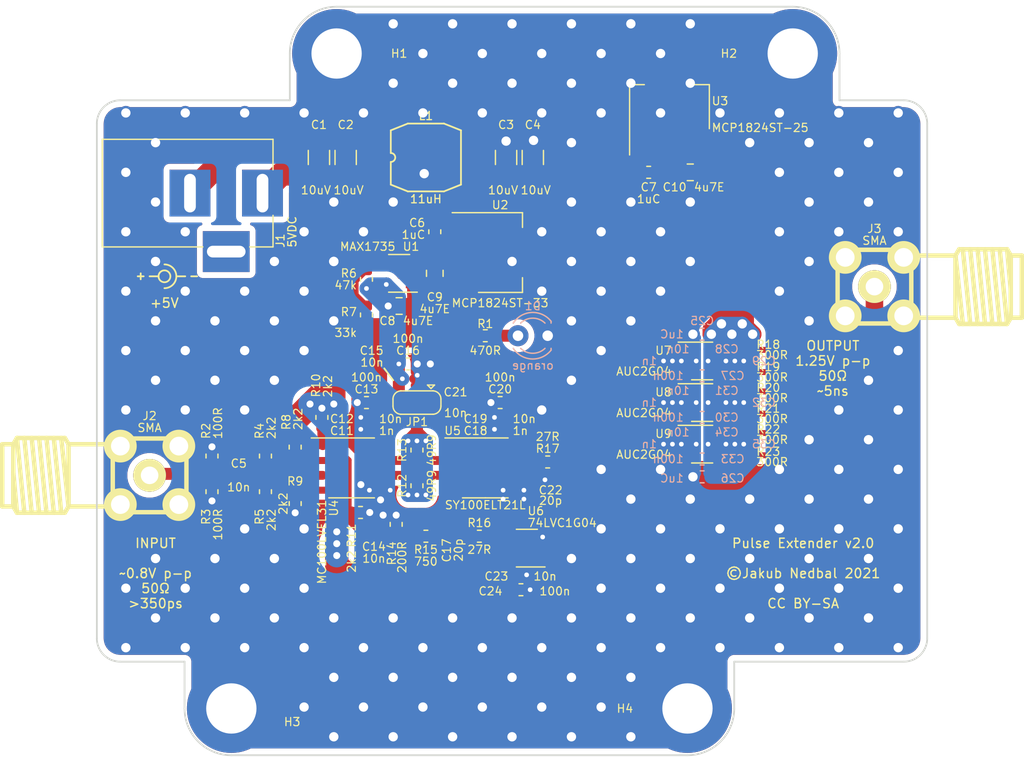
<source format=kicad_pcb>
(kicad_pcb (version 20171130) (host pcbnew 5.1.10-88a1d61d58~90~ubuntu20.04.1)
  (layers (0 F.Cu signal) (31 B.Cu signal) (34 B.Paste user) (35 F.Paste user) (36 B.SilkS user) (37 F.SilkS user) (38 B.Mask user) (39 F.Mask user) (44 Edge.Cuts user))
  (net 0 "")
  (net 1 "Net-(C1-Pad1)")
  (net 2 "Net-(C1-Pad2)")
  (net 3 +3V3)
  (net 4 GND)
  (net 5 +5V)
  (net 6 /INPUT)
  (net 7 VPP)
  (net 8 +2V5)
  (net 9 /VBB)
  (net 10 /OUTPUT)
  (net 11 "Net-(D1-Pad2)")
  (net 12 /BUFFEREDOUT)
  (net 13 /TERMINATION)
  (net 14 /1.25V)
  (net 15 /LVPECL_LOW_1V65)
  (net 16 /~Q)
  (net 17 /Q)
  (net 18 "Net-(R16-Pad1)")
  (net 19 "Net-(R17-Pad2)")
  (net 20 "Net-(R18-Pad2)")
  (net 21 "Net-(R19-Pad2)")
  (net 22 "Net-(R20-Pad2)")
  (net 23 "Net-(R21-Pad2)")
  (net 24 "Net-(R22-Pad2)")
  (net 25 "Net-(R23-Pad2)")
  (net 26 "Net-(C5-Pad1)")
  (net 27 "Net-(C14-Pad2)")
  (net 28 "Net-(C14-Pad1)")
  (net 29 "Net-(C17-Pad1)")
  (module jakub:SMA_5.0mm (layer F.Cu) (at 157.988 70.732 270)
    (fp_text reference J3 (at -4.946 0 180) (layer F.SilkS) (effects (font (size 0.7 0.7) (thickness 0.1))))
    (fp_text value SMA (at -3.93 0 180) (layer F.SilkS) (effects (font (size 0.7 0.7) (thickness 0.1))))
    (pad 4 thru_hole circle (at 2.5 2.5 270) (size 2.8 2.8) (drill 1.6) (layers *.Cu *.Mask F.SilkS) (net 4 GND))
    (pad 5 thru_hole circle (at -2.5 2.5 270) (size 2.8 2.8) (drill 1.6) (layers *.Cu *.Mask F.SilkS) (net 4 GND))
    (pad 2 thru_hole circle (at -2.5 -2.5 270) (size 2.8 2.8) (drill 1.6) (layers *.Cu *.Mask F.SilkS) (net 4 GND))
    (pad 3 thru_hole circle (at 2.5 -2.5 270) (size 2.8 2.8) (drill 1.6) (layers *.Cu *.Mask F.SilkS) (net 4 GND))
    (pad 1 thru_hole circle (at 0 0 270) (size 2.8 2.8) (drill 1.5) (layers *.Cu *.Mask F.SilkS) (net 12 /BUFFEREDOUT))
  )
  (module jakub:SMA_5.0mm (layer F.Cu) (at 96.012 86.868 90)
    (fp_text reference J2 (at 5.08 0 180) (layer F.SilkS) (effects (font (size 0.7 0.7) (thickness 0.1))))
    (fp_text value SMA (at 4.064 0 180) (layer F.SilkS) (effects (font (size 0.7 0.7) (thickness 0.1))))
    (pad 4 thru_hole circle (at 2.5 2.5 90) (size 2.8 2.8) (drill 1.6) (layers *.Cu *.Mask F.SilkS) (net 4 GND))
    (pad 5 thru_hole circle (at -2.5 2.5 90) (size 2.8 2.8) (drill 1.6) (layers *.Cu *.Mask F.SilkS) (net 4 GND))
    (pad 2 thru_hole circle (at -2.5 -2.5 90) (size 2.8 2.8) (drill 1.6) (layers *.Cu *.Mask F.SilkS) (net 4 GND))
    (pad 3 thru_hole circle (at 2.5 -2.5 90) (size 2.8 2.8) (drill 1.6) (layers *.Cu *.Mask F.SilkS) (net 4 GND))
    (pad 1 thru_hole circle (at 0 0 90) (size 2.8 2.8) (drill 1.5) (layers *.Cu *.Mask F.SilkS) (net 6 /INPUT))
  )
  (module Capacitor_SMD:C_1206_3216Metric (layer F.Cu) (at 110.49 59.69 90)
    (fp_text reference C1 (at 2.794 0 180) (layer F.SilkS) (effects (font (size 0.7 0.7) (thickness 0.1))))
    (fp_text value 10uV (at -2.794 -0.254 180) (layer F.SilkS) (effects (font (size 0.7 0.7) (thickness 0.1))))
    (pad 1 smd roundrect (at -1.4 0 90) (size 1.25 1.75) (layers F.Cu F.Paste F.Mask) (roundrect_rratio 0.2) (net 1 "Net-(C1-Pad1)"))
    (pad 2 smd roundrect (at 1.4 0 90) (size 1.25 1.75) (layers F.Cu F.Paste F.Mask) (roundrect_rratio 0.2) (net 2 "Net-(C1-Pad2)"))
  )
  (module Capacitor_SMD:C_1206_3216Metric (layer F.Cu) (at 112.776 59.69 90)
    (fp_text reference C2 (at 2.794 0 180) (layer F.SilkS) (effects (font (size 0.7 0.7) (thickness 0.1))))
    (fp_text value 10uV (at -2.794 0.254 180) (layer F.SilkS) (effects (font (size 0.7 0.7) (thickness 0.1))))
    (pad 2 smd roundrect (at 1.4 0 90) (size 1.25 1.75) (layers F.Cu F.Paste F.Mask) (roundrect_rratio 0.2) (net 2 "Net-(C1-Pad2)"))
    (pad 1 smd roundrect (at -1.4 0 90) (size 1.25 1.75) (layers F.Cu F.Paste F.Mask) (roundrect_rratio 0.2) (net 1 "Net-(C1-Pad1)"))
  )
  (module Capacitor_SMD:C_1206_3216Metric (layer F.Cu) (at 126.492 59.69 90)
    (fp_text reference C3 (at 2.794 0 180) (layer F.SilkS) (effects (font (size 0.7 0.7) (thickness 0.1))))
    (fp_text value 10uV (at -2.794 -0.254 180) (layer F.SilkS) (effects (font (size 0.7 0.7) (thickness 0.1))))
    (pad 1 smd roundrect (at -1.4 0 90) (size 1.25 1.75) (layers F.Cu F.Paste F.Mask) (roundrect_rratio 0.2) (net 5 +5V))
    (pad 2 smd roundrect (at 1.4 0 90) (size 1.25 1.75) (layers F.Cu F.Paste F.Mask) (roundrect_rratio 0.2) (net 4 GND))
  )
  (module Capacitor_SMD:C_1206_3216Metric (layer F.Cu) (at 128.778 59.69 90)
    (fp_text reference C4 (at 2.794 0 180) (layer F.SilkS) (effects (font (size 0.7 0.7) (thickness 0.1))))
    (fp_text value 10uV (at -2.794 0.254 180) (layer F.SilkS) (effects (font (size 0.7 0.7) (thickness 0.1))))
    (pad 2 smd roundrect (at 1.4 0 90) (size 1.25 1.75) (layers F.Cu F.Paste F.Mask) (roundrect_rratio 0.2) (net 4 GND))
    (pad 1 smd roundrect (at -1.4 0 90) (size 1.25 1.75) (layers F.Cu F.Paste F.Mask) (roundrect_rratio 0.2) (net 5 +5V))
  )
  (module Capacitor_SMD:C_0402_1005Metric (layer F.Cu) (at 103.632 86.741 180)
    (fp_text reference C5 (at 0 0.889) (layer F.SilkS) (effects (font (size 0.7 0.7) (thickness 0.1))))
    (fp_text value 10n (at 0 -1.143) (layer F.SilkS) (effects (font (size 0.7 0.7) (thickness 0.1))))
    (pad 1 smd roundrect (at -0.485 0 180) (size 0.59 0.64) (layers F.Cu F.Paste F.Mask) (net 26 "Net-(C5-Pad1)"))
    (pad 2 smd roundrect (at 0.485 0 180) (size 0.59 0.64) (layers F.Cu F.Paste F.Mask) (net 6 /INPUT))
  )
  (module Capacitor_SMD:C_0603_1608Metric (layer F.Cu) (at 120.396 66.04 270)
    (fp_text reference C6 (at -0.762 0.762 180) (layer F.SilkS) (effects (font (size 0.7 0.7) (thickness 0.1)) (justify right)))
    (fp_text value 1uC (at 0.254 0.762 180) (layer F.SilkS) (effects (font (size 0.7 0.7) (thickness 0.1)) (justify right)))
    (pad 1 smd roundrect (at -0.7875 0 270) (size 0.875 0.95) (layers F.Cu F.Paste F.Mask) (net 5 +5V))
    (pad 2 smd roundrect (at 0.7875 0 270) (size 0.875 0.95) (layers F.Cu F.Paste F.Mask) (net 4 GND))
  )
  (module Capacitor_SMD:C_0603_1608Metric (layer F.Cu) (at 138.684 60.96)
    (fp_text reference C7 (at 0 1.27) (layer F.SilkS) (effects (font (size 0.7 0.7) (thickness 0.1))))
    (fp_text value 1uC (at 0 2.286) (layer F.SilkS) (effects (font (size 0.7 0.7) (thickness 0.1))))
    (pad 2 smd roundrect (at 0.7875 0) (size 0.875 0.95) (layers F.Cu F.Paste F.Mask) (net 4 GND))
    (pad 1 smd roundrect (at -0.7875 0) (size 0.875 0.95) (layers F.Cu F.Paste F.Mask) (net 5 +5V))
  )
  (module Capacitor_SMD:C_0805_2012Metric (layer F.Cu) (at 117.348 72.39)
    (fp_text reference C8 (at -0.254 1.27) (layer F.SilkS) (effects (font (size 0.7 0.7) (thickness 0.1)) (justify right)))
    (fp_text value 4u7E (at 0.254 1.27) (layer F.SilkS) (effects (font (size 0.7 0.7) (thickness 0.1)) (justify left)))
    (pad 1 smd roundrect (at -0.9375 0) (size 0.975 1.4) (layers F.Cu F.Paste F.Mask) (net 7 VPP))
    (pad 2 smd roundrect (at 0.9375 0) (size 0.975 1.4) (layers F.Cu F.Paste F.Mask) (net 3 +3V3))
  )
  (module Capacitor_SMD:C_0805_2012Metric (layer F.Cu) (at 120.396 69.596 90)
    (fp_text reference C9 (at -2.032 0 180) (layer F.SilkS) (effects (font (size 0.7 0.7) (thickness 0.1))))
    (fp_text value 4u7E (at -3.048 0 180) (layer F.SilkS) (effects (font (size 0.7 0.7) (thickness 0.1))))
    (pad 1 smd roundrect (at -0.9375 0 90) (size 0.975 1.4) (layers F.Cu F.Paste F.Mask) (net 3 +3V3))
    (pad 2 smd roundrect (at 0.9375 0 90) (size 0.975 1.4) (layers F.Cu F.Paste F.Mask) (net 4 GND))
  )
  (module Capacitor_SMD:C_0805_2012Metric (layer F.Cu) (at 142.24 60.96 180)
    (fp_text reference C10 (at 0.254 -1.27) (layer F.SilkS) (effects (font (size 0.7 0.7) (thickness 0.1)) (justify right)))
    (fp_text value 4u7E (at -0.254 -1.27) (layer F.SilkS) (effects (font (size 0.7 0.7) (thickness 0.1)) (justify left)))
    (pad 2 smd roundrect (at 0.9375 0 180) (size 0.975 1.4) (layers F.Cu F.Paste F.Mask) (net 4 GND))
    (pad 1 smd roundrect (at -0.9375 0 180) (size 0.975 1.4) (layers F.Cu F.Paste F.Mask) (net 8 +2V5))
  )
  (module Capacitor_SMD:C_0402_1005Metric (layer F.Cu) (at 114.554 82.931 180)
    (fp_text reference C11 (at 1.016 -0.127) (layer F.SilkS) (effects (font (size 0.7 0.7) (thickness 0.1)) (justify right)))
    (fp_text value 1n (at -1.016 -0.127) (layer F.SilkS) (effects (font (size 0.7 0.7) (thickness 0.1)) (justify left)))
    (pad 1 smd roundrect (at -0.485 0 180) (size 0.59 0.64) (layers F.Cu F.Paste F.Mask) (net 3 +3V3))
    (pad 2 smd roundrect (at 0.485 0 180) (size 0.59 0.64) (layers F.Cu F.Paste F.Mask) (net 4 GND))
  )
  (module Capacitor_SMD:C_0402_1005Metric (layer F.Cu) (at 114.554 81.915 180)
    (fp_text reference C12 (at 1.016 -0.127) (layer F.SilkS) (effects (font (size 0.7 0.7) (thickness 0.1)) (justify right)))
    (fp_text value 10n (at -1.016 -0.127) (layer F.SilkS) (effects (font (size 0.7 0.7) (thickness 0.1)) (justify left)))
    (pad 2 smd roundrect (at 0.485 0 180) (size 0.59 0.64) (layers F.Cu F.Paste F.Mask) (net 4 GND))
    (pad 1 smd roundrect (at -0.485 0 180) (size 0.59 0.64) (layers F.Cu F.Paste F.Mask) (net 3 +3V3))
  )
  (module Capacitor_SMD:C_0603_1608Metric (layer F.Cu) (at 114.554 80.645 180)
    (fp_text reference C13 (at 0 1.143) (layer F.SilkS) (effects (font (size 0.7 0.7) (thickness 0.1))))
    (fp_text value 100n (at 0 2.159) (layer F.SilkS) (effects (font (size 0.7 0.7) (thickness 0.1))))
    (pad 2 smd roundrect (at 0.7875 0 180) (size 0.875 0.95) (layers F.Cu F.Paste F.Mask) (net 4 GND))
    (pad 1 smd roundrect (at -0.7875 0 180) (size 0.875 0.95) (layers F.Cu F.Paste F.Mask) (net 3 +3V3))
  )
  (module Capacitor_SMD:C_0402_1005Metric (layer F.Cu) (at 115.189 91.948 180)
    (fp_text reference C14 (at 0 -1.016) (layer F.SilkS) (effects (font (size 0.7 0.7) (thickness 0.1))))
    (fp_text value 10n (at 0 -2.032) (layer F.SilkS) (effects (font (size 0.7 0.7) (thickness 0.1))))
    (pad 2 smd roundrect (at 0.485 0 180) (size 0.59 0.64) (layers F.Cu F.Paste F.Mask) (net 27 "Net-(C14-Pad2)"))
    (pad 1 smd roundrect (at -0.485 0 180) (size 0.59 0.64) (layers F.Cu F.Paste F.Mask) (net 28 "Net-(C14-Pad1)"))
  )
  (module Capacitor_SMD:C_0402_1005Metric (layer F.Cu) (at 118.11 78.613)
    (fp_text reference C15 (at -2.032 -2.413) (layer F.SilkS) (effects (font (size 0.7 0.7) (thickness 0.1)) (justify right)))
    (fp_text value 10n (at -2.032 -1.397) (layer F.SilkS) (effects (font (size 0.7 0.7) (thickness 0.1)) (justify right)))
    (pad 1 smd roundrect (at -0.485 0) (size 0.59 0.64) (layers F.Cu F.Paste F.Mask) (net 7 VPP))
    (pad 2 smd roundrect (at 0.485 0) (size 0.59 0.64) (layers F.Cu F.Paste F.Mask) (net 4 GND))
  )
  (module Capacitor_SMD:C_0603_1608Metric (layer F.Cu) (at 118.11 77.343)
    (fp_text reference C16 (at 0 -1.143) (layer F.SilkS) (effects (font (size 0.7 0.7) (thickness 0.1))))
    (fp_text value 100n (at 0 -2.159) (layer F.SilkS) (effects (font (size 0.7 0.7) (thickness 0.1))))
    (pad 1 smd roundrect (at -0.7875 0) (size 0.875 0.95) (layers F.Cu F.Paste F.Mask) (net 7 VPP))
    (pad 2 smd roundrect (at 0.7875 0) (size 0.875 0.95) (layers F.Cu F.Paste F.Mask) (net 4 GND))
  )
  (module Capacitor_SMD:C_0402_1005Metric (layer F.Cu) (at 121.92 91.313 90)
    (fp_text reference C17 (at -0.889 -0.508 90) (layer F.SilkS) (effects (font (size 0.7 0.7) (thickness 0.1)) (justify right)))
    (fp_text value 20p (at -0.889 0.508 90) (layer F.SilkS) (effects (font (size 0.7 0.7) (thickness 0.1)) (justify right)))
    (pad 2 smd roundrect (at 0.485 0 90) (size 0.59 0.64) (layers F.Cu F.Paste F.Mask) (net 4 GND))
    (pad 1 smd roundrect (at -0.485 0 90) (size 0.59 0.64) (layers F.Cu F.Paste F.Mask) (net 29 "Net-(C17-Pad1)"))
  )
  (module Capacitor_SMD:C_0402_1005Metric (layer F.Cu) (at 125.984 82.931 180)
    (fp_text reference C18 (at 1.016 -0.127) (layer F.SilkS) (effects (font (size 0.7 0.7) (thickness 0.1)) (justify right)))
    (fp_text value 1n (at -1.016 -0.127) (layer F.SilkS) (effects (font (size 0.7 0.7) (thickness 0.1)) (justify left)))
    (pad 2 smd roundrect (at 0.485 0 180) (size 0.59 0.64) (layers F.Cu F.Paste F.Mask) (net 4 GND))
    (pad 1 smd roundrect (at -0.485 0 180) (size 0.59 0.64) (layers F.Cu F.Paste F.Mask) (net 3 +3V3))
  )
  (module Capacitor_SMD:C_0402_1005Metric (layer F.Cu) (at 125.984 81.915 180)
    (fp_text reference C19 (at 1.016 -0.127) (layer F.SilkS) (effects (font (size 0.7 0.7) (thickness 0.1)) (justify right)))
    (fp_text value 10n (at -1.016 -0.127) (layer F.SilkS) (effects (font (size 0.7 0.7) (thickness 0.1)) (justify left)))
    (pad 1 smd roundrect (at -0.485 0 180) (size 0.59 0.64) (layers F.Cu F.Paste F.Mask) (net 3 +3V3))
    (pad 2 smd roundrect (at 0.485 0 180) (size 0.59 0.64) (layers F.Cu F.Paste F.Mask) (net 4 GND))
  )
  (module Capacitor_SMD:C_0603_1608Metric (layer F.Cu) (at 125.984 80.645 180)
    (fp_text reference C20 (at 0 1.143) (layer F.SilkS) (effects (font (size 0.7 0.7) (thickness 0.1))))
    (fp_text value 100n (at 0 2.159) (layer F.SilkS) (effects (font (size 0.7 0.7) (thickness 0.1))))
    (pad 2 smd roundrect (at 0.7875 0 180) (size 0.875 0.95) (layers F.Cu F.Paste F.Mask) (net 4 GND))
    (pad 1 smd roundrect (at -0.7875 0 180) (size 0.875 0.95) (layers F.Cu F.Paste F.Mask) (net 3 +3V3))
  )
  (module Capacitor_SMD:C_0402_1005Metric (layer F.Cu) (at 122.428 80.645 180)
    (fp_text reference C21 (at 0.254 0.889) (layer F.SilkS) (effects (font (size 0.7 0.7) (thickness 0.1))))
    (fp_text value 10n (at 0.254 -0.889) (layer F.SilkS) (effects (font (size 0.7 0.7) (thickness 0.1))))
    (pad 2 smd roundrect (at 0.485 0 180) (size 0.59 0.64) (layers F.Cu F.Paste F.Mask) (net 9 /VBB))
    (pad 1 smd roundrect (at -0.485 0 180) (size 0.59 0.64) (layers F.Cu F.Paste F.Mask) (net 3 +3V3))
  )
  (module Capacitor_SMD:C_0402_1005Metric (layer F.Cu) (at 130.302 87.249 180)
    (fp_text reference C22 (at 0 -0.889) (layer F.SilkS) (effects (font (size 0.7 0.7) (thickness 0.1))))
    (fp_text value 20p (at 0 -1.778) (layer F.SilkS) (effects (font (size 0.7 0.7) (thickness 0.1))))
    (pad 2 smd roundrect (at 0.485 0 180) (size 0.59 0.64) (layers F.Cu F.Paste F.Mask) (net 4 GND))
    (pad 1 smd roundrect (at -0.485 0 180) (size 0.59 0.64) (layers F.Cu F.Paste F.Mask) (net 10 /OUTPUT))
  )
  (module Capacitor_SMD:C_0402_1005Metric (layer F.Cu) (at 127.762 95.377)
    (fp_text reference C23 (at -1.016 0.127) (layer F.SilkS) (effects (font (size 0.7 0.7) (thickness 0.1)) (justify right)))
    (fp_text value 10n (at 1.016 0.127) (layer F.SilkS) (effects (font (size 0.7 0.7) (thickness 0.1)) (justify left)))
    (pad 1 smd roundrect (at -0.485 0) (size 0.59 0.64) (layers F.Cu F.Paste F.Mask) (net 3 +3V3))
    (pad 2 smd roundrect (at 0.485 0) (size 0.59 0.64) (layers F.Cu F.Paste F.Mask) (net 4 GND))
  )
  (module Capacitor_SMD:C_0603_1608Metric (layer F.Cu) (at 127.762 96.647)
    (fp_text reference C24 (at -1.524 0.127) (layer F.SilkS) (effects (font (size 0.7 0.7) (thickness 0.1)) (justify right)))
    (fp_text value 100n (at 1.524 0.127) (layer F.SilkS) (effects (font (size 0.7 0.7) (thickness 0.1)) (justify left)))
    (pad 1 smd roundrect (at -0.7875 0) (size 0.875 0.95) (layers F.Cu F.Paste F.Mask) (net 3 +3V3))
    (pad 2 smd roundrect (at 0.7875 0) (size 0.875 0.95) (layers F.Cu F.Paste F.Mask) (net 4 GND))
  )
  (module Capacitor_SMD:C_0603_1608Metric (layer B.Cu) (at 143.256 74.803 180)
    (fp_text reference C25 (at 0 1.143) (layer B.SilkS) (effects (font (size 0.7 0.7) (thickness 0.1)) (justify mirror)))
    (fp_text value 1uC (at 1.524 0) (layer B.SilkS) (effects (font (size 0.7 0.7) (thickness 0.1)) (justify left mirror)))
    (pad 1 smd roundrect (at -0.7875 0 180) (size 0.875 0.95) (layers B.Cu B.Paste B.Mask) (net 8 +2V5))
    (pad 2 smd roundrect (at 0.7875 0 180) (size 0.875 0.95) (layers B.Cu B.Paste B.Mask) (net 4 GND))
  )
  (module Capacitor_SMD:C_0603_1608Metric (layer B.Cu) (at 143.256 86.995 180)
    (fp_text reference C26 (at -1.524 -0.127) (layer B.SilkS) (effects (font (size 0.7 0.7) (thickness 0.1)) (justify right mirror)))
    (fp_text value 1uC (at 1.524 -0.127) (layer B.SilkS) (effects (font (size 0.7 0.7) (thickness 0.1)) (justify left mirror)))
    (pad 2 smd roundrect (at 0.7875 0 180) (size 0.875 0.95) (layers B.Cu B.Paste B.Mask) (net 4 GND))
    (pad 1 smd roundrect (at -0.7875 0 180) (size 0.875 0.95) (layers B.Cu B.Paste B.Mask) (net 8 +2V5))
  )
  (module Capacitor_SMD:C_0603_1608Metric (layer B.Cu) (at 143.256 78.359)
    (fp_text reference C27 (at 1.524 0) (layer B.SilkS) (effects (font (size 0.7 0.7) (thickness 0.1)) (justify right mirror)))
    (fp_text value 100n (at -1.524 0) (layer B.SilkS) (effects (font (size 0.7 0.7) (thickness 0.1)) (justify left mirror)))
    (pad 1 smd roundrect (at -0.7875 0) (size 0.875 0.95) (layers B.Cu B.Paste B.Mask) (net 4 GND))
    (pad 2 smd roundrect (at 0.7875 0) (size 0.875 0.95) (layers B.Cu B.Paste B.Mask) (net 8 +2V5))
  )
  (module Capacitor_SMD:C_0402_1005Metric (layer B.Cu) (at 143.256 76.073)
    (fp_text reference C28 (at 1.016 0) (layer B.SilkS) (effects (font (size 0.7 0.7) (thickness 0.1)) (justify right mirror)))
    (fp_text value 10n (at -1.016 0) (layer B.SilkS) (effects (font (size 0.7 0.7) (thickness 0.1)) (justify left mirror)))
    (pad 2 smd roundrect (at 0.485 0) (size 0.59 0.64) (layers B.Cu B.Paste B.Mask) (net 8 +2V5))
    (pad 1 smd roundrect (at -0.485 0) (size 0.59 0.64) (layers B.Cu B.Paste B.Mask) (net 4 GND))
  )
  (module Capacitor_SMD:C_0402_1005Metric (layer B.Cu) (at 143.256 77.089 180)
    (fp_text reference C29 (at -4.191 0) (layer B.SilkS) (effects (font (size 0.7 0.7) (thickness 0.1)) (justify right mirror)))
    (fp_text value 1n (at 3.81 0) (layer B.SilkS) (effects (font (size 0.7 0.7) (thickness 0.1)) (justify left mirror)))
    (pad 2 smd roundrect (at 0.485 0 180) (size 0.59 0.64) (layers B.Cu B.Paste B.Mask) (net 4 GND))
    (pad 1 smd roundrect (at -0.485 0 180) (size 0.59 0.64) (layers B.Cu B.Paste B.Mask) (net 8 +2V5))
  )
  (module Capacitor_SMD:C_0603_1608Metric (layer B.Cu) (at 143.256 81.915)
    (fp_text reference C30 (at 1.016 0) (layer B.SilkS) (effects (font (size 0.7 0.7) (thickness 0.1)) (justify right mirror)))
    (fp_text value 100n (at -1.524 0) (layer B.SilkS) (effects (font (size 0.7 0.7) (thickness 0.1)) (justify left mirror)))
    (pad 2 smd roundrect (at 0.7875 0) (size 0.875 0.95) (layers B.Cu B.Paste B.Mask) (net 8 +2V5))
    (pad 1 smd roundrect (at -0.7875 0) (size 0.875 0.95) (layers B.Cu B.Paste B.Mask) (net 4 GND))
  )
  (module Capacitor_SMD:C_0402_1005Metric (layer B.Cu) (at 143.256 79.629)
    (fp_text reference C31 (at 1.016 0) (layer B.SilkS) (effects (font (size 0.7 0.7) (thickness 0.1)) (justify right mirror)))
    (fp_text value 10n (at -1.016 0) (layer B.SilkS) (effects (font (size 0.7 0.7) (thickness 0.1)) (justify left mirror)))
    (pad 1 smd roundrect (at -0.485 0) (size 0.59 0.64) (layers B.Cu B.Paste B.Mask) (net 4 GND))
    (pad 2 smd roundrect (at 0.485 0) (size 0.59 0.64) (layers B.Cu B.Paste B.Mask) (net 8 +2V5))
  )
  (module Capacitor_SMD:C_0402_1005Metric (layer B.Cu) (at 143.256 80.645 180)
    (fp_text reference C32 (at -4.191 0) (layer B.SilkS) (effects (font (size 0.7 0.7) (thickness 0.1)) (justify right mirror)))
    (fp_text value 1n (at 3.81 0) (layer B.SilkS) (effects (font (size 0.7 0.7) (thickness 0.1)) (justify left mirror)))
    (pad 1 smd roundrect (at -0.485 0 180) (size 0.59 0.64) (layers B.Cu B.Paste B.Mask) (net 8 +2V5))
    (pad 2 smd roundrect (at 0.485 0 180) (size 0.59 0.64) (layers B.Cu B.Paste B.Mask) (net 4 GND))
  )
  (module Capacitor_SMD:C_0603_1608Metric (layer B.Cu) (at 143.256 85.471)
    (fp_text reference C33 (at 1.524 0) (layer B.SilkS) (effects (font (size 0.7 0.7) (thickness 0.1)) (justify right mirror)))
    (fp_text value 100n (at -1.524 0) (layer B.SilkS) (effects (font (size 0.7 0.7) (thickness 0.1)) (justify left mirror)))
    (pad 1 smd roundrect (at -0.7875 0) (size 0.875 0.95) (layers B.Cu B.Paste B.Mask) (net 4 GND))
    (pad 2 smd roundrect (at 0.7875 0) (size 0.875 0.95) (layers B.Cu B.Paste B.Mask) (net 8 +2V5))
  )
  (module Capacitor_SMD:C_0402_1005Metric (layer B.Cu) (at 143.256 83.185)
    (fp_text reference C34 (at 1.016 0) (layer B.SilkS) (effects (font (size 0.7 0.7) (thickness 0.1)) (justify right mirror)))
    (fp_text value 10n (at -1.016 0) (layer B.SilkS) (effects (font (size 0.7 0.7) (thickness 0.1)) (justify left mirror)))
    (pad 1 smd roundrect (at -0.485 0) (size 0.59 0.64) (layers B.Cu B.Paste B.Mask) (net 4 GND))
    (pad 2 smd roundrect (at 0.485 0) (size 0.59 0.64) (layers B.Cu B.Paste B.Mask) (net 8 +2V5))
  )
  (module Capacitor_SMD:C_0402_1005Metric (layer B.Cu) (at 143.256 84.201 180)
    (fp_text reference C35 (at -4.191 0) (layer B.SilkS) (effects (font (size 0.7 0.7) (thickness 0.1)) (justify right mirror)))
    (fp_text value 1n (at 3.81 0) (layer B.SilkS) (effects (font (size 0.7 0.7) (thickness 0.1)) (justify left mirror)))
    (pad 1 smd roundrect (at -0.485 0 180) (size 0.59 0.64) (layers B.Cu B.Paste B.Mask) (net 8 +2V5))
    (pad 2 smd roundrect (at 0.485 0 180) (size 0.59 0.64) (layers B.Cu B.Paste B.Mask) (net 4 GND))
  )
  (module LED_THT:LED_D3.0mm (layer B.Cu) (at 130.048 74.93 180)
    (fp_text reference D1 (at 1.27 2.54) (layer B.SilkS) (effects (font (size 0.7 0.7) (thickness 0.1)) (justify mirror)))
    (fp_text value orange (at 1.27 -2.54) (layer B.SilkS) (effects (font (size 0.7 0.7) (thickness 0.1)) (justify mirror)))
    (pad 1 thru_hole rect (at 0 0 180) (size 1.8 1.8) (drill 0.9) (layers *.Cu *.Mask) (net 4 GND))
    (pad 2 thru_hole circle (at 2.54 0 180) (size 1.8 1.8) (drill 0.9) (layers *.Cu *.Mask) (net 11 "Net-(D1-Pad2)"))
  )
  (module MountingHole:MountingHole_4.3mm_M4_Pad (layer F.Cu) (at 112 50.8)
    (fp_text reference H1 (at 5.348 0) (layer F.SilkS) (effects (font (size 0.7 0.7) (thickness 0.1))))
    (fp_text value M4)
    (pad 1 thru_hole circle (at 0 0) (size 7.6 7.6) (drill 4.3) (layers *.Cu *.Mask) (net 4 GND))
  )
  (module MountingHole:MountingHole_4.3mm_M4_Pad (layer F.Cu) (at 151 50.8)
    (fp_text reference H2 (at -5.458 0) (layer F.SilkS) (effects (font (size 0.7 0.7) (thickness 0.1))))
    (fp_text value M4)
    (pad 1 thru_hole circle (at 0 0) (size 7.6 7.6) (drill 4.3) (layers *.Cu *.Mask) (net 4 GND))
  )
  (module MountingHole:MountingHole_4.3mm_M4_Pad (layer F.Cu) (at 103 106.8)
    (fp_text reference H3 (at 5.204 1.15) (layer F.SilkS) (effects (font (size 0.7 0.7) (thickness 0.1))))
    (fp_text value M4)
    (pad 1 thru_hole circle (at 0 0) (size 7.6 7.6) (drill 4.3) (layers *.Cu *.Mask) (net 4 GND))
  )
  (module MountingHole:MountingHole_4.3mm_M4_Pad (layer F.Cu) (at 142 106.8)
    (fp_text reference H4 (at -5.348 0.007) (layer F.SilkS) (effects (font (size 0.7 0.7) (thickness 0.1))))
    (fp_text value M4)
    (pad 1 thru_hole circle (at 0 0) (size 7.6 7.6) (drill 4.3) (layers *.Cu *.Mask) (net 4 GND))
  )
  (module jakub:BARREL_JACK (layer F.Cu) (at 105.664 62.738)
    (fp_text reference J1 (at 1.524 4.064 90) (layer F.SilkS) (effects (font (size 0.7 0.7) (thickness 0.11))))
    (fp_text value 5VDC (at 2.54 3.302 90) (layer F.SilkS) (effects (font (size 0.7 0.7) (thickness 0.11))))
    (pad 1 thru_hole rect (at 0 0) (size 3.5 4) (drill oval 1 3.3) (layers *.Cu *.Mask) (net 1 "Net-(C1-Pad1)"))
    (pad 2 thru_hole rect (at -6.2 0) (size 3.5 4) (drill oval 1 3.3) (layers *.Cu *.Mask) (net 2 "Net-(C1-Pad2)"))
    (pad 3 thru_hole rect (at -3.1 5) (size 4 3.5) (drill oval 3.3 1) (layers *.Cu *.Mask))
  )
  (module Jumper:SolderJumper-3_P1.3mm_Open_RoundedPad1.0x1.5mm (layer F.Cu) (at 118.872 80.645 180)
    (fp_text reference JP1 (at 0 -1.651) (layer F.SilkS) (effects (font (size 0.7 0.7) (thickness 0.1))))
    (fp_text value SolderJumper)
    (pad 1 smd custom (at -1.3 0 180) (size 1 0.5) (layers F.Cu F.Mask) (net 9 /VBB) (options (clearance outline) (anchor rect)) (primitives (gr_circle (center 0 0.25) (end 0.5 0.25) (width 0)) (gr_circle (center 0 -0.25) (end 0.5 -0.25) (width 0)) (gr_poly (pts (xy 0.55 -0.75) (xy 0 -0.75) (xy 0 0.75) (xy 0.55 0.75)) (width 0))))
    (pad 3 smd custom (at 1.3 0 180) (size 1 0.5) (layers F.Cu F.Mask) (net 7 VPP) (options (clearance outline) (anchor rect)) (primitives (gr_circle (center 0 0.25) (end 0.5 0.25) (width 0)) (gr_circle (center 0 -0.25) (end 0.5 -0.25) (width 0)) (gr_poly (pts (xy -0.55 -0.75) (xy 0 -0.75) (xy 0 0.75) (xy -0.55 0.75)) (width 0))))
    (pad 2 smd rect (at 0 0 180) (size 1 1.5) (layers F.Cu F.Mask) (net 13 /TERMINATION))
  )
  (module jakub:DR334A (layer F.Cu) (at 119.634 59.69)
    (fp_text reference L1 (at 0 -3.556) (layer F.SilkS) (effects (font (size 0.7 0.7) (thickness 0.11))))
    (fp_text value 11uH (at 0 3.556) (layer F.SilkS) (effects (font (size 0.7 0.7) (thickness 0.11))))
    (pad 1 smd rect (at -3.75 -1.25) (size 2 1.2) (layers F.Cu F.Paste F.Mask) (net 2 "Net-(C1-Pad2)"))
    (pad 2 smd rect (at -3.75 1.25) (size 2 1.2) (layers F.Cu F.Paste F.Mask) (net 1 "Net-(C1-Pad1)"))
    (pad 3 smd rect (at 3.75 1.25) (size 2 1.2) (layers F.Cu F.Paste F.Mask) (net 5 +5V))
    (pad 4 smd rect (at 3.75 -1.25) (size 2 1.2) (layers F.Cu F.Paste F.Mask) (net 4 GND))
  )
  (module Resistor_SMD:R_0603_1608Metric (layer F.Cu) (at 124.714 74.93)
    (fp_text reference R1 (at 0 -1.016) (layer F.SilkS) (effects (font (size 0.7 0.7) (thickness 0.1))))
    (fp_text value 470R (at 0 1.27) (layer F.SilkS) (effects (font (size 0.7 0.7) (thickness 0.1))))
    (pad 2 smd roundrect (at 0.7875 0) (size 0.875 0.95) (layers F.Cu F.Paste F.Mask) (net 11 "Net-(D1-Pad2)"))
    (pad 1 smd roundrect (at -0.7875 0) (size 0.875 0.95) (layers F.Cu F.Paste F.Mask) (net 3 +3V3))
  )
  (module Resistor_SMD:R_0603_1608Metric (layer F.Cu) (at 101.346 85.217 90)
    (fp_text reference R2 (at 1.397 -0.508 90) (layer F.SilkS) (effects (font (size 0.7 0.7) (thickness 0.1)) (justify left)))
    (fp_text value 100R (at 1.397 0.508 90) (layer F.SilkS) (effects (font (size 0.7 0.7) (thickness 0.1)) (justify left)))
    (pad 1 smd roundrect (at -0.7875 0 90) (size 0.875 0.95) (layers F.Cu F.Paste F.Mask) (net 6 /INPUT))
    (pad 2 smd roundrect (at 0.7875 0 90) (size 0.875 0.95) (layers F.Cu F.Paste F.Mask) (net 4 GND))
  )
  (module Resistor_SMD:R_0603_1608Metric (layer F.Cu) (at 101.346 88.265 270)
    (fp_text reference R3 (at 1.397 0.508 90) (layer F.SilkS) (effects (font (size 0.7 0.7) (thickness 0.1)) (justify right)))
    (fp_text value 100R (at 1.397 -0.508 90) (layer F.SilkS) (effects (font (size 0.7 0.7) (thickness 0.1)) (justify right)))
    (pad 2 smd roundrect (at 0.7875 0 270) (size 0.875 0.95) (layers F.Cu F.Paste F.Mask) (net 4 GND))
    (pad 1 smd roundrect (at -0.7875 0 270) (size 0.875 0.95) (layers F.Cu F.Paste F.Mask) (net 6 /INPUT))
  )
  (module Resistor_SMD:R_0603_1608Metric (layer F.Cu) (at 105.918 85.217 270)
    (fp_text reference R4 (at -1.397 0.508 90) (layer F.SilkS) (effects (font (size 0.7 0.7) (thickness 0.1)) (justify left)))
    (fp_text value 2k2 (at -1.397 -0.508 90) (layer F.SilkS) (effects (font (size 0.7 0.7) (thickness 0.1)) (justify left)))
    (pad 1 smd roundrect (at -0.7875 0 270) (size 0.875 0.95) (layers F.Cu F.Paste F.Mask) (net 3 +3V3))
    (pad 2 smd roundrect (at 0.7875 0 270) (size 0.875 0.95) (layers F.Cu F.Paste F.Mask) (net 26 "Net-(C5-Pad1)"))
  )
  (module Resistor_SMD:R_0603_1608Metric (layer F.Cu) (at 105.918 88.265 270)
    (fp_text reference R5 (at 1.397 0.508 90) (layer F.SilkS) (effects (font (size 0.7 0.7) (thickness 0.1)) (justify right)))
    (fp_text value 2k2 (at 1.397 -0.508 90) (layer F.SilkS) (effects (font (size 0.7 0.7) (thickness 0.1)) (justify right)))
    (pad 2 smd roundrect (at 0.7875 0 270) (size 0.875 0.95) (layers F.Cu F.Paste F.Mask) (net 4 GND))
    (pad 1 smd roundrect (at -0.7875 0 270) (size 0.875 0.95) (layers F.Cu F.Paste F.Mask) (net 26 "Net-(C5-Pad1)"))
  )
  (module Resistor_SMD:R_0603_1608Metric (layer F.Cu) (at 114.554 70.104 90)
    (fp_text reference R6 (at 0.508 -0.762 180) (layer F.SilkS) (effects (font (size 0.7 0.7) (thickness 0.1)) (justify right)))
    (fp_text value 47k (at -0.508 -0.762 180) (layer F.SilkS) (effects (font (size 0.7 0.7) (thickness 0.1)) (justify right)))
    (pad 1 smd roundrect (at -0.7875 0 90) (size 0.875 0.95) (layers F.Cu F.Paste F.Mask) (net 7 VPP))
    (pad 2 smd roundrect (at 0.7875 0 90) (size 0.875 0.95) (layers F.Cu F.Paste F.Mask) (net 14 /1.25V))
  )
  (module Resistor_SMD:R_0603_1608Metric (layer F.Cu) (at 114.554 73.152 270)
    (fp_text reference R7 (at -0.254 0.762 180) (layer F.SilkS) (effects (font (size 0.7 0.7) (thickness 0.1)) (justify right)))
    (fp_text value 33k (at 1.524 0.762 180) (layer F.SilkS) (effects (font (size 0.7 0.7) (thickness 0.1)) (justify right)))
    (pad 2 smd roundrect (at 0.7875 0 270) (size 0.875 0.95) (layers F.Cu F.Paste F.Mask) (net 3 +3V3))
    (pad 1 smd roundrect (at -0.7875 0 270) (size 0.875 0.95) (layers F.Cu F.Paste F.Mask) (net 14 /1.25V))
  )
  (module Resistor_SMD:R_0603_1608Metric (layer F.Cu) (at 108.458 84.455 270)
    (fp_text reference R8 (at -1.397 0.762 90) (layer F.SilkS) (effects (font (size 0.7 0.7) (thickness 0.1)) (justify left)))
    (fp_text value 2k2 (at -1.397 -0.254 90) (layer F.SilkS) (effects (font (size 0.7 0.7) (thickness 0.1)) (justify left)))
    (pad 1 smd roundrect (at -0.7875 0 270) (size 0.875 0.95) (layers F.Cu F.Paste F.Mask) (net 3 +3V3))
    (pad 2 smd roundrect (at 0.7875 0 270) (size 0.875 0.95) (layers F.Cu F.Paste F.Mask) (net 15 /LVPECL_LOW_1V65))
  )
  (module Resistor_SMD:R_0603_1608Metric (layer F.Cu) (at 108.458 89.281 270)
    (fp_text reference R9 (at -1.905 0 180) (layer F.SilkS) (effects (font (size 0.7 0.7) (thickness 0.1))))
    (fp_text value 2k2 (at 0 1.016 90) (layer F.SilkS) (effects (font (size 0.7 0.7) (thickness 0.1))))
    (pad 2 smd roundrect (at 0.7875 0 270) (size 0.875 0.95) (layers F.Cu F.Paste F.Mask) (net 4 GND))
    (pad 1 smd roundrect (at -0.7875 0 270) (size 0.875 0.95) (layers F.Cu F.Paste F.Mask) (net 15 /LVPECL_LOW_1V65))
  )
  (module Resistor_SMD:R_0603_1608Metric (layer F.Cu) (at 110.744 81.915 270)
    (fp_text reference R10 (at -1.651 0.508 90) (layer F.SilkS) (effects (font (size 0.7 0.7) (thickness 0.1)) (justify left)))
    (fp_text value 2k2 (at -1.651 -0.508 90) (layer F.SilkS) (effects (font (size 0.7 0.7) (thickness 0.1)) (justify left)))
    (pad 1 smd roundrect (at -0.7875 0 270) (size 0.875 0.95) (layers F.Cu F.Paste F.Mask) (net 3 +3V3))
    (pad 2 smd roundrect (at 0.7875 0 270) (size 0.875 0.95) (layers F.Cu F.Paste F.Mask) (net 27 "Net-(C14-Pad2)"))
  )
  (module Resistor_SMD:R_0603_1608Metric (layer F.Cu) (at 114.046 90.043)
    (fp_text reference R11 (at -0.762 0.889 90) (layer F.SilkS) (effects (font (size 0.7 0.7) (thickness 0.1)) (justify right)))
    (fp_text value 2k2 (at -0.762 3.175 90) (layer F.SilkS) (effects (font (size 0.7 0.7) (thickness 0.1)) (justify right)))
    (pad 2 smd roundrect (at 0.7875 0) (size 0.875 0.95) (layers F.Cu F.Paste F.Mask) (net 4 GND))
    (pad 1 smd roundrect (at -0.7875 0) (size 0.875 0.95) (layers F.Cu F.Paste F.Mask) (net 27 "Net-(C14-Pad2)"))
  )
  (module Resistor_SMD:R_0603_1608Metric (layer F.Cu) (at 118.872 87.757 90)
    (fp_text reference R12 (at 0 -1.27 90) (layer F.SilkS) (effects (font (size 0.7 0.7) (thickness 0.1))))
    (fp_text value 49R9 (at 0 1.27 90) (layer F.SilkS) (effects (font (size 0.7 0.7) (thickness 0.1))))
    (pad 1 smd roundrect (at -0.7875 0 90) (size 0.875 0.95) (layers F.Cu F.Paste F.Mask) (net 13 /TERMINATION))
    (pad 2 smd roundrect (at 0.7875 0 90) (size 0.875 0.95) (layers F.Cu F.Paste F.Mask) (net 16 /~Q))
  )
  (module Resistor_SMD:R_0603_1608Metric (layer F.Cu) (at 118.872 84.709 270)
    (fp_text reference R13 (at 0 1.27 90) (layer F.SilkS) (effects (font (size 0.7 0.7) (thickness 0.1))))
    (fp_text value 49R9 (at 0 -1.27 90) (layer F.SilkS) (effects (font (size 0.7 0.7) (thickness 0.1))))
    (pad 1 smd roundrect (at -0.7875 0 270) (size 0.875 0.95) (layers F.Cu F.Paste F.Mask) (net 13 /TERMINATION))
    (pad 2 smd roundrect (at 0.7875 0 270) (size 0.875 0.95) (layers F.Cu F.Paste F.Mask) (net 17 /Q))
  )
  (module Resistor_SMD:R_0603_1608Metric (layer F.Cu) (at 117.094 91.059 90)
    (fp_text reference R14 (at -1.397 -0.381 90) (layer F.SilkS) (effects (font (size 0.7 0.7) (thickness 0.1)) (justify right)))
    (fp_text value 200R (at -1.397 0.508 90) (layer F.SilkS) (effects (font (size 0.7 0.7) (thickness 0.1)) (justify right)))
    (pad 1 smd roundrect (at -0.7875 0 90) (size 0.875 0.95) (layers F.Cu F.Paste F.Mask) (net 28 "Net-(C14-Pad1)"))
    (pad 2 smd roundrect (at 0.7875 0 90) (size 0.875 0.95) (layers F.Cu F.Paste F.Mask) (net 4 GND))
  )
  (module Resistor_SMD:R_0603_1608Metric (layer F.Cu) (at 119.634 92.075 180)
    (fp_text reference R15 (at 0 -1.143) (layer F.SilkS) (effects (font (size 0.7 0.7) (thickness 0.1))))
    (fp_text value 750 (at 0 -2.159) (layer F.SilkS) (effects (font (size 0.7 0.7) (thickness 0.1))))
    (pad 2 smd roundrect (at 0.7875 0 180) (size 0.875 0.95) (layers F.Cu F.Paste F.Mask) (net 28 "Net-(C14-Pad1)"))
    (pad 1 smd roundrect (at -0.7875 0 180) (size 0.875 0.95) (layers F.Cu F.Paste F.Mask) (net 29 "Net-(C17-Pad1)"))
  )
  (module Resistor_SMD:R_0603_1608Metric (layer F.Cu) (at 124.206 92.075 180)
    (fp_text reference R16 (at 0 1.143) (layer F.SilkS) (effects (font (size 0.7 0.7) (thickness 0.1))))
    (fp_text value 27R (at 0 -1.143) (layer F.SilkS) (effects (font (size 0.7 0.7) (thickness 0.1))))
    (pad 2 smd roundrect (at 0.7875 0 180) (size 0.875 0.95) (layers F.Cu F.Paste F.Mask) (net 29 "Net-(C17-Pad1)"))
    (pad 1 smd roundrect (at -0.7875 0 180) (size 0.875 0.95) (layers F.Cu F.Paste F.Mask) (net 18 "Net-(R16-Pad1)"))
  )
  (module Resistor_SMD:R_0603_1608Metric (layer F.Cu) (at 130.048 85.725 180)
    (fp_text reference R17 (at 0 1.143) (layer F.SilkS) (effects (font (size 0.7 0.7) (thickness 0.1))))
    (fp_text value 27R (at 0 2.159) (layer F.SilkS) (effects (font (size 0.7 0.7) (thickness 0.1))))
    (pad 1 smd roundrect (at -0.7875 0 180) (size 0.875 0.95) (layers F.Cu F.Paste F.Mask) (net 10 /OUTPUT))
    (pad 2 smd roundrect (at 0.7875 0 180) (size 0.875 0.95) (layers F.Cu F.Paste F.Mask) (net 19 "Net-(R17-Pad2)"))
  )
  (module Resistor_SMD:R_0402_1005Metric (layer F.Cu) (at 146.812 76.139 180)
    (fp_text reference R18 (at -1.016 0.447) (layer F.SilkS) (effects (font (size 0.7 0.7) (thickness 0.1)) (justify left)))
    (fp_text value 300R (at -1.016 -0.442) (layer F.SilkS) (effects (font (size 0.7 0.7) (thickness 0.1)) (justify left)))
    (pad 1 smd roundrect (at -0.485 0 180) (size 0.59 0.64) (layers F.Cu F.Paste F.Mask) (net 12 /BUFFEREDOUT))
    (pad 2 smd roundrect (at 0.485 0 180) (size 0.59 0.64) (layers F.Cu F.Paste F.Mask) (net 20 "Net-(R18-Pad2)"))
  )
  (module Resistor_SMD:R_0402_1005Metric (layer F.Cu) (at 146.812 78.039 180)
    (fp_text reference R19 (at -1.016 0.442) (layer F.SilkS) (effects (font (size 0.7 0.7) (thickness 0.1)) (justify left)))
    (fp_text value 300R (at -1.016 -0.447) (layer F.SilkS) (effects (font (size 0.7 0.7) (thickness 0.1)) (justify left)))
    (pad 2 smd roundrect (at 0.485 0 180) (size 0.59 0.64) (layers F.Cu F.Paste F.Mask) (net 21 "Net-(R19-Pad2)"))
    (pad 1 smd roundrect (at -0.485 0 180) (size 0.59 0.64) (layers F.Cu F.Paste F.Mask) (net 12 /BUFFEREDOUT))
  )
  (module Resistor_SMD:R_0402_1005Metric (layer F.Cu) (at 146.812 79.695 180)
    (fp_text reference R20 (at -1.016 0.32) (layer F.SilkS) (effects (font (size 0.7 0.7) (thickness 0.1)) (justify left)))
    (fp_text value 300R (at -1.016 -0.569) (layer F.SilkS) (effects (font (size 0.7 0.7) (thickness 0.1)) (justify left)))
    (pad 1 smd roundrect (at -0.485 0 180) (size 0.59 0.64) (layers F.Cu F.Paste F.Mask) (net 12 /BUFFEREDOUT))
    (pad 2 smd roundrect (at 0.485 0 180) (size 0.59 0.64) (layers F.Cu F.Paste F.Mask) (net 22 "Net-(R20-Pad2)"))
  )
  (module Resistor_SMD:R_0402_1005Metric (layer F.Cu) (at 146.812 81.595 180)
    (fp_text reference R21 (at -1.016 0.442) (layer F.SilkS) (effects (font (size 0.7 0.7) (thickness 0.1)) (justify left)))
    (fp_text value 300R (at -1.016 -0.447) (layer F.SilkS) (effects (font (size 0.7 0.7) (thickness 0.1)) (justify left)))
    (pad 2 smd roundrect (at 0.485 0 180) (size 0.59 0.64) (layers F.Cu F.Paste F.Mask) (net 23 "Net-(R21-Pad2)"))
    (pad 1 smd roundrect (at -0.485 0 180) (size 0.59 0.64) (layers F.Cu F.Paste F.Mask) (net 12 /BUFFEREDOUT))
  )
  (module Resistor_SMD:R_0402_1005Metric (layer F.Cu) (at 146.812 83.251 180)
    (fp_text reference R22 (at -1.016 0.32) (layer F.SilkS) (effects (font (size 0.7 0.7) (thickness 0.1)) (justify left)))
    (fp_text value 300R (at -1.016 -0.569) (layer F.SilkS) (effects (font (size 0.7 0.7) (thickness 0.1)) (justify left)))
    (pad 1 smd roundrect (at -0.485 0 180) (size 0.59 0.64) (layers F.Cu F.Paste F.Mask) (net 12 /BUFFEREDOUT))
    (pad 2 smd roundrect (at 0.485 0 180) (size 0.59 0.64) (layers F.Cu F.Paste F.Mask) (net 24 "Net-(R22-Pad2)"))
  )
  (module Resistor_SMD:R_0402_1005Metric (layer F.Cu) (at 146.812 85.151 180)
    (fp_text reference R23 (at -1.016 0.315) (layer F.SilkS) (effects (font (size 0.7 0.7) (thickness 0.1)) (justify left)))
    (fp_text value 300R (at -1.016 -0.574) (layer F.SilkS) (effects (font (size 0.7 0.7) (thickness 0.1)) (justify left)))
    (pad 2 smd roundrect (at 0.485 0 180) (size 0.59 0.64) (layers F.Cu F.Paste F.Mask) (net 25 "Net-(R23-Pad2)"))
    (pad 1 smd roundrect (at -0.485 0 180) (size 0.59 0.64) (layers F.Cu F.Paste F.Mask) (net 12 /BUFFEREDOUT))
  )
  (module Package_TO_SOT_SMD:SOT-23-5 (layer F.Cu) (at 117.348 69.596 180)
    (fp_text reference U1 (at -0.254 2.286) (layer F.SilkS) (effects (font (size 0.7 0.7) (thickness 0.1)) (justify left)))
    (fp_text value MAX1735 (at 0.254 2.286) (layer F.SilkS) (effects (font (size 0.7 0.7) (thickness 0.1)) (justify right)))
    (pad 1 smd rect (at -1.1 -0.95 180) (size 1.06 0.65) (layers F.Cu F.Paste F.Mask) (net 3 +3V3))
    (pad 2 smd rect (at -1.1 0 180) (size 1.06 0.65) (layers F.Cu F.Paste F.Mask) (net 4 GND))
    (pad 3 smd rect (at -1.1 0.95 180) (size 1.06 0.65) (layers F.Cu F.Paste F.Mask) (net 4 GND))
    (pad 4 smd rect (at 1.1 0.95 180) (size 1.06 0.65) (layers F.Cu F.Paste F.Mask) (net 14 /1.25V))
    (pad 5 smd rect (at 1.1 -0.95 180) (size 1.06 0.65) (layers F.Cu F.Paste F.Mask) (net 7 VPP))
  )
  (module Package_TO_SOT_SMD:SOT-223-3_TabPin2 (layer F.Cu) (at 125.984 67.818)
    (fp_text reference U2 (at 0 -4.064) (layer F.SilkS) (effects (font (size 0.7 0.7) (thickness 0.1))))
    (fp_text value MCP1824ST-33 (at 0 4.318) (layer F.SilkS) (effects (font (size 0.7 0.7) (thickness 0.1))))
    (pad 1 smd rect (at -3.15 -2.3) (size 2 1.5) (layers F.Cu F.Paste F.Mask) (net 5 +5V))
    (pad 3 smd rect (at -3.15 2.3) (size 2 1.5) (layers F.Cu F.Paste F.Mask) (net 3 +3V3))
    (pad 2 smd rect (at -3.15 0) (size 2 1.5) (layers F.Cu F.Paste F.Mask) (net 4 GND))
    (pad 2 smd rect (at 3.15 0) (size 2 3.8) (layers F.Cu F.Paste F.Mask) (net 4 GND))
  )
  (module Package_TO_SOT_SMD:SOT-223-3_TabPin2 (layer F.Cu) (at 140.462 55.372 90)
    (fp_text reference U3 (at 0.508 3.556 180) (layer F.SilkS) (effects (font (size 0.7 0.7) (thickness 0.1)) (justify left)))
    (fp_text value MCP1824ST-25 (at -1.778 3.556 180) (layer F.SilkS) (effects (font (size 0.7 0.7) (thickness 0.1)) (justify left)))
    (pad 2 smd rect (at 3.15 0 90) (size 2 3.8) (layers F.Cu F.Paste F.Mask) (net 4 GND))
    (pad 2 smd rect (at -3.15 0 90) (size 2 1.5) (layers F.Cu F.Paste F.Mask) (net 4 GND))
    (pad 3 smd rect (at -3.15 2.3 90) (size 2 1.5) (layers F.Cu F.Paste F.Mask) (net 8 +2V5))
    (pad 1 smd rect (at -3.15 -2.3 90) (size 2 1.5) (layers F.Cu F.Paste F.Mask) (net 5 +5V))
  )
  (module Package_SO:SOIC-8_3.9x4.9mm_P1.27mm (layer F.Cu) (at 113.284 86.233)
    (fp_text reference U4 (at -1.524 2.667 90) (layer F.SilkS) (effects (font (size 0.7 0.7) (thickness 0.1)) (justify right)))
    (fp_text value MC100LVEL31 (at -2.54 2.667 90) (layer F.SilkS) (effects (font (size 0.7 0.7) (thickness 0.1)) (justify right)))
    (pad 1 smd roundrect (at -2.475 -1.905) (size 1.95 0.6) (layers F.Cu F.Paste F.Mask) (net 27 "Net-(C14-Pad2)"))
    (pad 2 smd roundrect (at -2.475 -0.635) (size 1.95 0.6) (layers F.Cu F.Paste F.Mask) (net 15 /LVPECL_LOW_1V65))
    (pad 3 smd roundrect (at -2.475 0.635) (size 1.95 0.6) (layers F.Cu F.Paste F.Mask) (net 26 "Net-(C5-Pad1)"))
    (pad 4 smd roundrect (at -2.475 1.905) (size 1.95 0.6) (layers F.Cu F.Paste F.Mask) (net 15 /LVPECL_LOW_1V65))
    (pad 5 smd roundrect (at 2.475 1.905) (size 1.95 0.6) (layers F.Cu F.Paste F.Mask) (net 4 GND))
    (pad 6 smd roundrect (at 2.475 0.635) (size 1.95 0.6) (layers F.Cu F.Paste F.Mask) (net 16 /~Q))
    (pad 7 smd roundrect (at 2.475 -0.635) (size 1.95 0.6) (layers F.Cu F.Paste F.Mask) (net 17 /Q))
    (pad 8 smd roundrect (at 2.475 -1.905) (size 1.95 0.6) (layers F.Cu F.Paste F.Mask) (net 3 +3V3))
  )
  (module Package_SO:SOIC-8_3.9x4.9mm_P1.27mm (layer F.Cu) (at 124.714 86.233)
    (fp_text reference U5 (at -2.794 -3.175) (layer F.SilkS) (effects (font (size 0.7 0.7) (thickness 0.1))))
    (fp_text value SY100ELT21L (at 0 3.175) (layer F.SilkS) (effects (font (size 0.7 0.7) (thickness 0.1))))
    (pad 8 smd roundrect (at 2.475 -1.905) (size 1.95 0.6) (layers F.Cu F.Paste F.Mask) (net 3 +3V3))
    (pad 7 smd roundrect (at 2.475 -0.635) (size 1.95 0.6) (layers F.Cu F.Paste F.Mask) (net 19 "Net-(R17-Pad2)"))
    (pad 6 smd roundrect (at 2.475 0.635) (size 1.95 0.6) (layers F.Cu F.Paste F.Mask))
    (pad 5 smd roundrect (at 2.475 1.905) (size 1.95 0.6) (layers F.Cu F.Paste F.Mask) (net 4 GND))
    (pad 4 smd roundrect (at -2.475 1.905) (size 1.95 0.6) (layers F.Cu F.Paste F.Mask) (net 9 /VBB))
    (pad 3 smd roundrect (at -2.475 0.635) (size 1.95 0.6) (layers F.Cu F.Paste F.Mask) (net 16 /~Q))
    (pad 2 smd roundrect (at -2.475 -0.635) (size 1.95 0.6) (layers F.Cu F.Paste F.Mask) (net 17 /Q))
    (pad 1 smd roundrect (at -2.475 -1.905) (size 1.95 0.6) (layers F.Cu F.Paste F.Mask))
  )
  (module Package_TO_SOT_SMD:SOT-23-5_HandSoldering (layer F.Cu) (at 128.27 93.091 180)
    (fp_text reference U6 (at 0 3.175) (layer F.SilkS) (effects (font (size 0.7 0.7) (thickness 0.1)) (justify left)))
    (fp_text value 74LVC1G04 (at 0 2.159) (layer F.SilkS) (effects (font (size 0.7 0.7) (thickness 0.1)) (justify left)))
    (pad 1 smd rect (at -1.35 -0.95 180) (size 1.56 0.65) (layers F.Cu F.Paste F.Mask))
    (pad 2 smd rect (at -1.35 0 180) (size 1.56 0.65) (layers F.Cu F.Paste F.Mask) (net 10 /OUTPUT))
    (pad 3 smd rect (at -1.35 0.95 180) (size 1.56 0.65) (layers F.Cu F.Paste F.Mask) (net 4 GND))
    (pad 4 smd rect (at 1.35 0.95 180) (size 1.56 0.65) (layers F.Cu F.Paste F.Mask) (net 18 "Net-(R16-Pad1)"))
    (pad 5 smd rect (at 1.35 -0.95 180) (size 1.56 0.65) (layers F.Cu F.Paste F.Mask) (net 3 +3V3))
  )
  (module Package_TO_SOT_SMD:SOT-23-6_Handsoldering (layer F.Cu) (at 143.256 77.089)
    (fp_text reference U7 (at -2.54 -0.889) (layer F.SilkS) (effects (font (size 0.7 0.7) (thickness 0.1)) (justify right)))
    (fp_text value AUC2G04 (at -2.54 0.889) (layer F.SilkS) (effects (font (size 0.7 0.7) (thickness 0.1)) (justify right)))
    (pad 1 smd rect (at -1.35 -0.95) (size 1.56 0.65) (layers F.Cu F.Paste F.Mask) (net 10 /OUTPUT))
    (pad 2 smd rect (at -1.35 0) (size 1.56 0.65) (layers F.Cu F.Paste F.Mask) (net 4 GND))
    (pad 3 smd rect (at -1.35 0.95) (size 1.56 0.65) (layers F.Cu F.Paste F.Mask) (net 10 /OUTPUT))
    (pad 4 smd rect (at 1.35 0.95) (size 1.56 0.65) (layers F.Cu F.Paste F.Mask) (net 21 "Net-(R19-Pad2)"))
    (pad 6 smd rect (at 1.35 -0.95) (size 1.56 0.65) (layers F.Cu F.Paste F.Mask) (net 20 "Net-(R18-Pad2)"))
    (pad 5 smd rect (at 1.35 0) (size 1.56 0.65) (layers F.Cu F.Paste F.Mask) (net 8 +2V5))
  )
  (module Package_TO_SOT_SMD:SOT-23-6_Handsoldering (layer F.Cu) (at 143.256 80.645)
    (fp_text reference U8 (at -2.54 -0.889) (layer F.SilkS) (effects (font (size 0.7 0.7) (thickness 0.1)) (justify right)))
    (fp_text value AUC2G04 (at -2.54 0.889) (layer F.SilkS) (effects (font (size 0.7 0.7) (thickness 0.1)) (justify right)))
    (pad 5 smd rect (at 1.35 0) (size 1.56 0.65) (layers F.Cu F.Paste F.Mask) (net 8 +2V5))
    (pad 6 smd rect (at 1.35 -0.95) (size 1.56 0.65) (layers F.Cu F.Paste F.Mask) (net 22 "Net-(R20-Pad2)"))
    (pad 4 smd rect (at 1.35 0.95) (size 1.56 0.65) (layers F.Cu F.Paste F.Mask) (net 23 "Net-(R21-Pad2)"))
    (pad 3 smd rect (at -1.35 0.95) (size 1.56 0.65) (layers F.Cu F.Paste F.Mask) (net 10 /OUTPUT))
    (pad 2 smd rect (at -1.35 0) (size 1.56 0.65) (layers F.Cu F.Paste F.Mask) (net 4 GND))
    (pad 1 smd rect (at -1.35 -0.95) (size 1.56 0.65) (layers F.Cu F.Paste F.Mask) (net 10 /OUTPUT))
  )
  (module Package_TO_SOT_SMD:SOT-23-6_Handsoldering (layer F.Cu) (at 143.256 84.201)
    (fp_text reference U9 (at -2.54 -0.889) (layer F.SilkS) (effects (font (size 0.7 0.7) (thickness 0.1)) (justify right)))
    (fp_text value AUC2G04 (at -2.54 0.889) (layer F.SilkS) (effects (font (size 0.7 0.7) (thickness 0.1)) (justify right)))
    (pad 1 smd rect (at -1.35 -0.95) (size 1.56 0.65) (layers F.Cu F.Paste F.Mask) (net 10 /OUTPUT))
    (pad 2 smd rect (at -1.35 0) (size 1.56 0.65) (layers F.Cu F.Paste F.Mask) (net 4 GND))
    (pad 3 smd rect (at -1.35 0.95) (size 1.56 0.65) (layers F.Cu F.Paste F.Mask) (net 10 /OUTPUT))
    (pad 4 smd rect (at 1.35 0.95) (size 1.56 0.65) (layers F.Cu F.Paste F.Mask) (net 25 "Net-(R23-Pad2)"))
    (pad 6 smd rect (at 1.35 -0.95) (size 1.56 0.65) (layers F.Cu F.Paste F.Mask) (net 24 "Net-(R22-Pad2)"))
    (pad 5 smd rect (at 1.35 0) (size 1.56 0.65) (layers F.Cu F.Paste F.Mask) (net 8 +2V5))
  )
  (gr_text "Pulse Extender v2.0\n\n©Jakub Nedbal 2021\n\nCC BY-SA" (at 151.892 95.25) (layer F.SilkS) (effects (font (size 0.8 0.8) (thickness 0.12))))
  (gr_text "OUTPUT\n1.25V p-p\n50Ω\n~~5ns" (at 154.432 77.724) (layer F.SilkS) (effects (font (size 0.8 0.8) (thickness 0.12))))
  (gr_text "INPUT\n\n~~0.8V p-p\n50Ω\n>350ps" (at 96.52 95.25) (layer F.SilkS) (effects (font (size 0.8 0.8) (thickness 0.12))))
  (gr_line (start 99.568 69.85) (end 100.076 69.85) (layer F.SilkS) (width 0.15))
  (gr_line (start 95.25 69.596) (end 95.25 70.104) (layer F.SilkS) (width 0.15))
  (gr_line (start 95.504 69.85) (end 94.996 69.85) (layer F.SilkS) (width 0.15))
  (gr_line (start 98.298 69.85) (end 99.06 69.85) (layer F.SilkS) (width 0.15))
  (gr_line (start 96.774 69.85) (end 96.012 69.85) (layer F.SilkS) (width 0.15))
  (gr_arc (start 97.282 69.85) (end 97.282 70.866) (angle -180) (layer F.SilkS) (width 0.15))
  (gr_circle (center 97.282 69.85) (end 96.774 69.85) (layer F.SilkS) (width 0.15))
  (gr_text +5V (at 97.282 72.136) (layer F.SilkS) (effects (font (size 0.8 0.8) (thickness 0.12))))
  (gr_line (start 116.078 77.724) (end 116.84 78.74) (layer F.SilkS) (width 0.15))
  (gr_line (start 91.5 56.8) (end 91.5 100.8) (layer Edge.Cuts) (width 0.15))
  (gr_line (start 146 102.8) (end 160.5 102.8) (layer Edge.Cuts) (width 0.15))
  (gr_line (start 162.5 56.8) (end 162.5 100.8) (layer Edge.Cuts) (width 0.15))
  (gr_line (start 155 54.8) (end 160.5 54.8) (layer Edge.Cuts) (width 0.15))
  (gr_arc (start 160.5 100.8) (end 160.5 102.8) (angle -90) (layer Edge.Cuts) (width 0.15))
  (gr_arc (start 160.5 56.8) (end 162.5 56.8) (angle -90) (layer Edge.Cuts) (width 0.15))
  (gr_line (start 93.5 54.8) (end 108 54.8) (layer Edge.Cuts) (width 0.15))
  (gr_line (start 93.5 102.8) (end 99 102.8) (layer Edge.Cuts) (width 0.15))
  (gr_arc (start 93.5 100.8) (end 91.5 100.8) (angle -90) (layer Edge.Cuts) (width 0.15))
  (gr_arc (start 93.5 56.8) (end 93.5 54.8) (angle -90) (layer Edge.Cuts) (width 0.15))
  (gr_line (start 146 106.8) (end 146 102.8) (layer Edge.Cuts) (width 0.15))
  (gr_line (start 99 106.8) (end 99 102.8) (layer Edge.Cuts) (width 0.15))
  (gr_line (start 155 50.8) (end 155 54.8) (layer Edge.Cuts) (width 0.15))
  (gr_line (start 108 50.8) (end 108 54.8) (layer Edge.Cuts) (width 0.15))
  (gr_line (start 151 46.8) (end 112 46.8) (layer Edge.Cuts) (width 0.15))
  (gr_arc (start 151 50.8) (end 155 50.8) (angle -90) (layer Edge.Cuts) (width 0.15))
  (gr_arc (start 112 50.8) (end 112 46.8) (angle -90) (layer Edge.Cuts) (width 0.15))
  (gr_line (start 103 110.8) (end 142 110.8) (layer Edge.Cuts) (width 0.15))
  (gr_arc (start 142 106.8) (end 142 110.8) (angle -90) (layer Edge.Cuts) (width 0.15))
  (gr_arc (start 103 106.8) (end 99 106.8) (angle -90) (layer Edge.Cuts) (width 0.15))
  (segment (start 107.312 61.09) (end 105.664 62.738) (width 2) (layer F.Cu) (net 1))
  (segment (start 110.49 61.09) (end 107.312 61.09) (width 2) (layer F.Cu) (net 1))
  (segment (start 110.49 61.09) (end 112.776 61.09) (width 2) (layer F.Cu) (net 1))
  (segment (start 115.734 61.09) (end 115.884 60.94) (width 2) (layer F.Cu) (net 1))
  (segment (start 112.776 61.09) (end 115.734 61.09) (width 2) (layer F.Cu) (net 1))
  (segment (start 103.912 58.29) (end 110.49 58.29) (width 2) (layer F.Cu) (net 2))
  (segment (start 99.464 62.738) (end 103.912 58.29) (width 2) (layer F.Cu) (net 2))
  (segment (start 110.49 58.29) (end 112.776 58.29) (width 2) (layer F.Cu) (net 2))
  (segment (start 115.734 58.29) (end 115.884 58.44) (width 2) (layer F.Cu) (net 2))
  (segment (start 112.776 58.29) (end 115.734 58.29) (width 2) (layer F.Cu) (net 2))
  (segment (start 126.92 96.5925) (end 126.9745 96.647) (width 1.024) (layer F.Cu) (net 3))
  (segment (start 126.92 94.041) (end 126.92 94.041) (width 1.024) (layer F.Cu) (net 3))
  (segment (start 115.759 84.328) (end 115.759 83.885) (width 0.762) (layer F.Cu) (net 3))
  (segment (start 115.759 81.0625) (end 115.3415 80.645) (width 1.024) (layer F.Cu) (net 3))
  (segment (start 115.039 80.9475) (end 115.3415 80.645) (width 0.762) (layer F.Cu) (net 3))
  (segment (start 115.039 81.915) (end 115.039 80.9475) (width 0.762) (layer F.Cu) (net 3))
  (segment (start 115.039 81.915) (end 115.039 82.931) (width 0.762) (layer F.Cu) (net 3))
  (segment (start 115.039 83.608) (end 115.759 84.328) (width 0.762) (layer F.Cu) (net 3))
  (segment (start 115.039 82.931) (end 115.039 83.608) (width 0.762) (layer F.Cu) (net 3))
  (segment (start 127.189 81.0625) (end 126.7715 80.645) (width 0.762) (layer F.Cu) (net 3))
  (segment (start 126.469 80.9475) (end 126.7715 80.645) (width 0.762) (layer F.Cu) (net 3))
  (segment (start 126.469 81.915) (end 126.469 80.9475) (width 0.762) (layer F.Cu) (net 3))
  (segment (start 126.469 81.915) (end 126.469 82.931) (width 0.762) (layer F.Cu) (net 3))
  (segment (start 126.469 83.608) (end 127.189 84.328) (width 0.762) (layer F.Cu) (net 3))
  (segment (start 126.469 82.931) (end 126.469 82.931) (width 0.762) (layer F.Cu) (net 3))
  (segment (start 127.189 81.977) (end 127.189 81.0625) (width 0.762) (layer F.Cu) (net 3))
  (segment (start 127.127 82.931) (end 127.189 82.993) (width 0.762) (layer F.Cu) (net 3))
  (segment (start 126.469 82.931) (end 127.127 82.931) (width 0.762) (layer F.Cu) (net 3))
  (segment (start 127.189 82.993) (end 127.189 81.977) (width 0.762) (layer F.Cu) (net 3))
  (segment (start 126.469 82.931) (end 126.469 83.608) (width 0.762) (layer F.Cu) (net 3))
  (segment (start 126.531 81.977) (end 126.469 81.915) (width 0.762) (layer F.Cu) (net 3))
  (segment (start 127.189 81.977) (end 126.531 81.977) (width 0.762) (layer F.Cu) (net 3))
  (segment (start 126.9745 96.647) (end 126.9745 96.647) (width 1.024) (layer F.Cu) (net 3))
  (segment (start 126.976 95.678) (end 127.277 95.377) (width 0.762) (layer F.Cu) (net 3))
  (segment (start 126.92 95.678) (end 126.976 95.678) (width 0.762) (layer F.Cu) (net 3))
  (segment (start 126.92 95.678) (end 126.92 96.5925) (width 1.024) (layer F.Cu) (net 3))
  (segment (start 105.918 84.4295) (end 105.96875 84.37875) (width 0.762) (layer F.Cu) (net 3))
  (segment (start 110.744 81.1275) (end 110.744 81.1275) (width 0.762) (layer F.Cu) (net 3))
  (via (at 111.76 80.772) (size 1) (drill 0.6) (layers F.Cu B.Cu) (net 3))
  (segment (start 111.4045 81.1275) (end 111.76 80.772) (width 0.762) (layer F.Cu) (net 3))
  (segment (start 110.744 81.1275) (end 110.744 81.1275) (width 0.762) (layer F.Cu) (net 3))
  (segment (start 110.744 81.1275) (end 111.4045 81.1275) (width 0.762) (layer F.Cu) (net 3))
  (via (at 110.744 81.1275) (size 1) (drill 0.6) (layers F.Cu B.Cu) (net 3))
  (segment (start 110.744 81.1275) (end 110.0835 81.1275) (width 0.762) (layer F.Cu) (net 3))
  (via (at 109.728 80.772) (size 1) (drill 0.6) (layers F.Cu B.Cu) (net 3))
  (segment (start 110.0835 81.1275) (end 109.728 80.772) (width 0.762) (layer F.Cu) (net 3))
  (segment (start 109.728 80.772) (end 110.998 80.772) (width 2) (layer B.Cu) (net 3))
  (segment (start 111.377498 80.772) (end 112.014 81.408502) (width 2) (layer B.Cu) (net 3))
  (segment (start 110.998 80.772) (end 111.377498 80.772) (width 2) (layer B.Cu) (net 3))
  (segment (start 112.014 93.726) (end 112.014 93.726) (width 2) (layer B.Cu) (net 3))
  (via (at 112.014 93.726) (size 1) (drill 0.6) (layers F.Cu B.Cu) (net 3))
  (segment (start 112.014 92.71) (end 112.014 93.726) (width 2) (layer B.Cu) (net 3))
  (via (at 112.014 92.71) (size 1) (drill 0.6) (layers F.Cu B.Cu) (net 3))
  (via (at 112.014 91.694) (size 1) (drill 0.6) (layers F.Cu B.Cu) (net 3))
  (segment (start 111.76 80.772) (end 111.377498 80.772) (width 2) (layer B.Cu) (net 3))
  (segment (start 112.014 81.026) (end 112.014 81.408502) (width 2) (layer B.Cu) (net 3))
  (segment (start 111.76 80.772) (end 112.014 81.026) (width 2) (layer B.Cu) (net 3))
  (segment (start 109.728 80.772) (end 112.014 83.058) (width 2) (layer B.Cu) (net 3))
  (segment (start 112.014 83.058) (end 112.014 91.694) (width 2) (layer B.Cu) (net 3))
  (segment (start 112.014 81.408502) (end 112.014 83.058) (width 2) (layer B.Cu) (net 3))
  (segment (start 106.68 83.6675) (end 108.458 83.6675) (width 1.024) (layer F.Cu) (net 3))
  (segment (start 105.918 84.4295) (end 106.68 83.6675) (width 1.024) (layer F.Cu) (net 3))
  (segment (start 110.269 81.1275) (end 110.744 81.1275) (width 1.024) (layer F.Cu) (net 3))
  (segment (start 108.458 82.9385) (end 110.269 81.1275) (width 1.024) (layer F.Cu) (net 3))
  (segment (start 108.458 83.6675) (end 108.458 82.9385) (width 1.024) (layer F.Cu) (net 3))
  (segment (start 106.8325 83.6675) (end 109.728 80.772) (width 2) (layer F.Cu) (net 3))
  (segment (start 106.68 83.6675) (end 106.8325 83.6675) (width 2) (layer F.Cu) (net 3))
  (segment (start 109.728 80.772) (end 111.76 80.772) (width 2) (layer F.Cu) (net 3))
  (segment (start 115.57 74.93) (end 118.022 74.93) (width 2) (layer F.Cu) (net 3))
  (segment (start 111.76 78.74) (end 112.522 77.978) (width 2) (layer F.Cu) (net 3))
  (segment (start 111.76 80.772) (end 111.76 78.74) (width 2) (layer F.Cu) (net 3))
  (segment (start 109.728 80.772) (end 112.522 77.978) (width 2) (layer F.Cu) (net 3))
  (segment (start 114.554 75.692) (end 114.681 75.819) (width 1.024) (layer F.Cu) (net 3))
  (segment (start 114.554 73.9395) (end 114.554 75.692) (width 1.024) (layer F.Cu) (net 3))
  (segment (start 114.681 75.819) (end 115.57 74.93) (width 2) (layer F.Cu) (net 3))
  (segment (start 112.522 77.978) (end 114.681 75.819) (width 2) (layer F.Cu) (net 3))
  (segment (start 114.5795 73.9395) (end 115.57 74.93) (width 1.024) (layer F.Cu) (net 3))
  (segment (start 114.554 73.9395) (end 114.5795 73.9395) (width 1.024) (layer F.Cu) (net 3))
  (segment (start 118.2855 73.09) (end 118.2855 72.39) (width 1.024) (layer F.Cu) (net 3))
  (segment (start 117.436 73.9395) (end 118.2855 73.09) (width 1.024) (layer F.Cu) (net 3))
  (segment (start 114.554 73.9395) (end 117.436 73.9395) (width 1.024) (layer F.Cu) (net 3))
  (segment (start 118.2855 70.7085) (end 118.448 70.546) (width 0.508) (layer F.Cu) (net 3))
  (segment (start 120.3835 70.546) (end 120.396 70.5335) (width 0.508) (layer F.Cu) (net 3))
  (segment (start 119.035 70.546) (end 118.2855 71.2955) (width 0.508) (layer F.Cu) (net 3))
  (segment (start 119.446 70.546) (end 119.035 70.546) (width 0.508) (layer F.Cu) (net 3))
  (segment (start 118.2855 72.39) (end 118.2855 71.2955) (width 0.508) (layer F.Cu) (net 3))
  (segment (start 118.448 70.546) (end 119.446 70.546) (width 0.508) (layer F.Cu) (net 3))
  (segment (start 118.2855 71.2955) (end 118.2855 70.7085) (width 0.508) (layer F.Cu) (net 3))
  (segment (start 119.446 70.546) (end 120.3835 70.546) (width 0.508) (layer F.Cu) (net 3))
  (segment (start 119.446 70.546) (end 119.446 70.8) (width 0.508) (layer F.Cu) (net 3))
  (segment (start 118.2855 71.9605) (end 118.2855 72.39) (width 0.508) (layer F.Cu) (net 3))
  (segment (start 119.446 70.8) (end 118.2855 71.9605) (width 0.508) (layer F.Cu) (net 3))
  (segment (start 118.2855 72.39) (end 119.126 72.39) (width 1.024) (layer F.Cu) (net 3))
  (segment (start 120.396 71.12) (end 120.396 70.5335) (width 1.024) (layer F.Cu) (net 3))
  (segment (start 119.126 72.39) (end 120.396 71.12) (width 1.024) (layer F.Cu) (net 3))
  (segment (start 119.082 71.8475) (end 119.082 73.87) (width 1.024) (layer F.Cu) (net 3))
  (segment (start 120.396 70.5335) (end 119.082 71.8475) (width 1.024) (layer F.Cu) (net 3))
  (segment (start 118.022 74.93) (end 119.082 73.87) (width 2) (layer F.Cu) (net 3))
  (segment (start 122.4185 70.5335) (end 122.834 70.118) (width 1.024) (layer F.Cu) (net 3))
  (segment (start 120.396 70.5335) (end 122.4185 70.5335) (width 1.024) (layer F.Cu) (net 3))
  (segment (start 119.844 73.108) (end 122.834 70.118) (width 2) (layer F.Cu) (net 3))
  (segment (start 119.082 73.87) (end 119.844 73.108) (width 2) (layer F.Cu) (net 3))
  (segment (start 126.999001 83.311001) (end 127.189 83.501) (width 2) (layer F.Cu) (net 3))
  (segment (start 126.999001 79.501001) (end 126.999001 83.311001) (width 2) (layer F.Cu) (net 3))
  (segment (start 122.834 75.336) (end 126.999001 79.501001) (width 2) (layer F.Cu) (net 3))
  (segment (start 127.189 83.501) (end 127.189 82.993) (width 0.762) (layer F.Cu) (net 3))
  (segment (start 127.189 84.328) (end 127.189 83.501) (width 0.762) (layer F.Cu) (net 3))
  (segment (start 122.913 80.645) (end 122.913 80.541) (width 0.762) (layer F.Cu) (net 3))
  (segment (start 123.952999 79.501001) (end 126.999001 79.501001) (width 0.762) (layer F.Cu) (net 3))
  (segment (start 122.913 80.541) (end 123.952999 79.501001) (width 0.762) (layer F.Cu) (net 3))
  (segment (start 122.428 74.93) (end 122.834 75.336) (width 2) (layer F.Cu) (net 3))
  (segment (start 122.834 72.238) (end 120.142 74.93) (width 2) (layer F.Cu) (net 3))
  (segment (start 122.834 71.984) (end 122.834 72.238) (width 2) (layer F.Cu) (net 3))
  (segment (start 120.142 74.93) (end 122.428 74.93) (width 2) (layer F.Cu) (net 3))
  (segment (start 118.022 74.93) (end 120.142 74.93) (width 2) (layer F.Cu) (net 3))
  (segment (start 122.834 70.118) (end 122.834 71.984) (width 2) (layer F.Cu) (net 3))
  (segment (start 122.834 71.984) (end 122.834 75.336) (width 2) (layer F.Cu) (net 3))
  (segment (start 112.014 91.694) (end 112.014 92.71) (width 2) (layer B.Cu) (net 3))
  (segment (start 112.014 91.694) (end 112.014 93.726) (width 1.5) (layer F.Cu) (net 3))
  (segment (start 126.92 94.822) (end 126.92 95.678) (width 1.024) (layer F.Cu) (net 3))
  (segment (start 126.92 94.041) (end 126.92 94.822) (width 1.024) (layer F.Cu) (net 3))
  (segment (start 112.014 92.71) (end 112.014 94.488) (width 2) (layer F.Cu) (net 3))
  (segment (start 112.014 94.488) (end 113.03 95.504) (width 2) (layer F.Cu) (net 3))
  (segment (start 125.457 95.504) (end 123.952 95.504) (width 1.024) (layer F.Cu) (net 3))
  (segment (start 126.92 94.041) (end 125.457 95.504) (width 1.024) (layer F.Cu) (net 3))
  (segment (start 123.952 95.504) (end 126.238 95.504) (width 2) (layer F.Cu) (net 3))
  (segment (start 113.03 95.504) (end 123.952 95.504) (width 2) (layer F.Cu) (net 3))
  (segment (start 126.238 95.9105) (end 126.238 95.504) (width 1.024) (layer F.Cu) (net 3))
  (segment (start 126.9745 96.647) (end 126.238 95.9105) (width 1.024) (layer F.Cu) (net 3))
  (segment (start 123.9265 74.93) (end 122.428 74.93) (width 1.024) (layer F.Cu) (net 3))
  (segment (start 115.759 81.0625) (end 115.57 80.8735) (width 1.5) (layer F.Cu) (net 3))
  (segment (start 115.759 83.885) (end 115.759 81.0625) (width 1.5) (layer F.Cu) (net 3))
  (segment (start 114.681 79.121) (end 115.57 80.01) (width 1.5) (layer F.Cu) (net 3))
  (segment (start 114.681 75.819) (end 114.681 79.121) (width 1.5) (layer F.Cu) (net 3))
  (segment (start 115.57 80.01) (end 115.57 74.93) (width 1.5) (layer F.Cu) (net 3))
  (segment (start 115.57 80.8735) (end 115.57 80.01) (width 1.5) (layer F.Cu) (net 3))
  (via (at 99.06 101.6) (size 1.2) (drill 0.8) (layers F.Cu B.Cu) (net 4))
  (via (at 93.98 101.6) (size 1.2) (drill 0.8) (layers F.Cu B.Cu) (net 4))
  (via (at 141.478 80.645) (size 0.6) (drill 0.4) (layers F.Cu B.Cu) (net 4))
  (via (at 140.716 77.089) (size 0.6) (drill 0.4) (layers F.Cu B.Cu) (net 4))
  (via (at 139.954 77.089) (size 0.6) (drill 0.4) (layers F.Cu B.Cu) (net 4))
  (via (at 141.478 77.089) (size 0.6) (drill 0.4) (layers F.Cu B.Cu) (net 4))
  (via (at 142.748 77.089) (size 0.6) (drill 0.4) (layers F.Cu B.Cu) (net 4))
  (via (at 142.748 80.645) (size 0.6) (drill 0.4) (layers F.Cu B.Cu) (net 4))
  (via (at 142.748 84.201) (size 0.6) (drill 0.4) (layers F.Cu B.Cu) (net 4))
  (via (at 139.954 80.645) (size 0.6) (drill 0.4) (layers F.Cu B.Cu) (net 4))
  (via (at 139.954 84.201) (size 0.6) (drill 0.4) (layers F.Cu B.Cu) (net 4))
  (via (at 141.478 84.201) (size 0.6) (drill 0.4) (layers F.Cu B.Cu) (net 4))
  (via (at 140.716 84.201) (size 0.6) (drill 0.4) (layers F.Cu B.Cu) (net 4))
  (via (at 140.716 80.645) (size 0.6) (drill 0.4) (layers F.Cu B.Cu) (net 4))
  (segment (start 142.771 75.1055) (end 142.4685 74.803) (width 0.762) (layer B.Cu) (net 4))
  (segment (start 142.771 76.073) (end 142.771 75.1055) (width 0.762) (layer B.Cu) (net 4))
  (segment (start 142.771 86.6925) (end 142.4685 86.995) (width 0.762) (layer B.Cu) (net 4))
  (segment (start 142.771 76.073) (end 142.771 86.6925) (width 0.762) (layer B.Cu) (net 4))
  (segment (start 142.771 84.201) (end 141.478 84.201) (width 0.762) (layer B.Cu) (net 4))
  (segment (start 142.771 80.645) (end 141.478 80.645) (width 0.762) (layer B.Cu) (net 4))
  (segment (start 141.478 77.089) (end 142.771 77.089) (width 0.762) (layer B.Cu) (net 4))
  (segment (start 142.748 77.089) (end 139.954 77.089) (width 0.762) (layer F.Cu) (net 4))
  (segment (start 142.748 80.645) (end 139.954 80.645) (width 0.762) (layer F.Cu) (net 4))
  (segment (start 142.748 84.201) (end 139.954 84.201) (width 0.762) (layer F.Cu) (net 4))
  (segment (start 129.62 92.141) (end 129.62 92.141) (width 0.508) (layer F.Cu) (net 4))
  (segment (start 128.585 92.141) (end 128.27 92.456) (width 0.508) (layer F.Cu) (net 4))
  (segment (start 128.585 92.141) (end 128.8 92.141) (width 0.762) (layer F.Cu) (net 4))
  (segment (start 114.8335 89.0635) (end 115.759 88.138) (width 0.762) (layer F.Cu) (net 4))
  (segment (start 114.8335 90.043) (end 114.8335 90.043) (width 0.762) (layer F.Cu) (net 4))
  (segment (start 113.7665 80.645) (end 113.7665 80.645) (width 0.762) (layer F.Cu) (net 4))
  (via (at 113.7665 80.645) (size 1) (drill 0.6) (layers F.Cu B.Cu) (net 4))
  (segment (start 113.868 81.915) (end 113.7665 81.8135) (width 0.508) (layer F.Cu) (net 4))
  (segment (start 114.069 81.915) (end 114.069 81.915) (width 0.508) (layer F.Cu) (net 4))
  (segment (start 113.7665 81.8135) (end 113.7665 80.645) (width 0.762) (layer F.Cu) (net 4))
  (segment (start 113.868 82.931) (end 113.7665 82.8295) (width 0.508) (layer F.Cu) (net 4))
  (segment (start 114.069 82.931) (end 114.069 82.931) (width 0.508) (layer F.Cu) (net 4))
  (segment (start 113.7665 82.8295) (end 113.7665 81.8135) (width 0.762) (layer F.Cu) (net 4))
  (segment (start 114.069 82.931) (end 113.868 82.931) (width 0.508) (layer F.Cu) (net 4))
  (via (at 114.069 82.931) (size 0.6) (drill 0.4) (layers F.Cu B.Cu) (net 4))
  (segment (start 114.069 81.915) (end 113.868 81.915) (width 0.508) (layer F.Cu) (net 4))
  (via (at 114.069 81.915) (size 0.6) (drill 0.4) (layers F.Cu B.Cu) (net 4))
  (segment (start 116.586 88.138) (end 116.586 88.138) (width 0.508) (layer F.Cu) (net 4))
  (segment (start 115.759 88.138) (end 114.808 88.138) (width 0.508) (layer F.Cu) (net 4))
  (segment (start 116.586 88.138) (end 115.759 88.138) (width 0.508) (layer F.Cu) (net 4))
  (via (at 116.586 88.138) (size 0.6) (drill 0.4) (layers F.Cu B.Cu) (net 4))
  (segment (start 114.808 88.138) (end 114.808 88.138) (width 0.508) (layer F.Cu) (net 4))
  (via (at 114.808 88.138) (size 0.6) (drill 0.4) (layers F.Cu B.Cu) (net 4))
  (segment (start 114.8335 90.043) (end 114.8335 89.0635) (width 0.762) (layer F.Cu) (net 4))
  (via (at 114.8335 90.043) (size 1) (drill 0.6) (layers F.Cu B.Cu) (net 4))
  (segment (start 116.586 89.7635) (end 117.094 90.2715) (width 0.508) (layer F.Cu) (net 4))
  (segment (start 116.586 88.138) (end 116.586 89.7635) (width 0.508) (layer F.Cu) (net 4))
  (segment (start 117.094 90.2715) (end 117.094 90.2715) (width 0.508) (layer F.Cu) (net 4))
  (via (at 117.094 90.2715) (size 1) (drill 0.6) (layers F.Cu B.Cu) (net 4))
  (segment (start 115.759 88.138) (end 115.759 88.965) (width 0.508) (layer F.Cu) (net 4))
  (segment (start 115.759 88.965) (end 115.759 89.089) (width 0.508) (layer F.Cu) (net 4))
  (via (at 115.759 88.965) (size 1) (drill 0.6) (layers F.Cu B.Cu) (net 4))
  (segment (start 115.062 90.2715) (end 114.8335 90.043) (width 0.508) (layer F.Cu) (net 4))
  (segment (start 117.094 90.2715) (end 115.9765 90.2715) (width 0.508) (layer F.Cu) (net 4))
  (segment (start 115.9765 90.2715) (end 115.062 90.2715) (width 0.508) (layer F.Cu) (net 4))
  (via (at 115.9765 90.2715) (size 1) (drill 0.6) (layers F.Cu B.Cu) (net 4))
  (segment (start 126.214 88.138) (end 125.1965 87.1205) (width 0.762) (layer F.Cu) (net 4))
  (segment (start 127.189 88.138) (end 126.238 88.138) (width 0.762) (layer F.Cu) (net 4))
  (segment (start 125.298 81.915) (end 125.1965 82.0165) (width 0.508) (layer F.Cu) (net 4))
  (segment (start 125.499 81.915) (end 125.499 81.915) (width 0.508) (layer F.Cu) (net 4))
  (segment (start 125.1965 82.0165) (end 125.1965 80.645) (width 0.762) (layer F.Cu) (net 4))
  (segment (start 125.349 82.931) (end 125.1965 82.7785) (width 0.508) (layer F.Cu) (net 4))
  (segment (start 125.499 82.931) (end 125.499 82.931) (width 0.508) (layer F.Cu) (net 4))
  (segment (start 125.1965 82.7785) (end 125.1965 82.0165) (width 0.762) (layer F.Cu) (net 4))
  (segment (start 125.1965 87.1205) (end 125.1965 82.7785) (width 0.762) (layer F.Cu) (net 4))
  (segment (start 125.499 82.931) (end 125.349 82.931) (width 0.508) (layer F.Cu) (net 4))
  (via (at 125.499 82.931) (size 0.6) (drill 0.4) (layers F.Cu B.Cu) (net 4))
  (segment (start 125.499 81.915) (end 125.298 81.915) (width 0.508) (layer F.Cu) (net 4))
  (via (at 125.499 81.915) (size 0.6) (drill 0.4) (layers F.Cu B.Cu) (net 4))
  (segment (start 125.1965 80.645) (end 125.1965 80.645) (width 0.762) (layer F.Cu) (net 4))
  (via (at 125.1965 80.645) (size 1) (drill 0.6) (layers F.Cu B.Cu) (net 4))
  (via (at 128.016 88.138) (size 0.6) (drill 0.4) (layers F.Cu B.Cu) (net 4))
  (segment (start 127.189 88.138) (end 128.016 88.138) (width 0.762) (layer F.Cu) (net 4))
  (segment (start 126.238 88.138) (end 126.214 88.138) (width 0.762) (layer F.Cu) (net 4))
  (via (at 126.238 88.138) (size 0.6) (drill 0.4) (layers F.Cu B.Cu) (net 4))
  (segment (start 128.016 88.138) (end 128.016 88.9) (width 0.762) (layer F.Cu) (net 4))
  (via (at 128.016 88.9) (size 0.6) (drill 0.4) (layers F.Cu B.Cu) (net 4))
  (segment (start 128.016 88.9) (end 126.238 88.9) (width 1.024) (layer F.Cu) (net 4))
  (via (at 126.238 88.9) (size 0.6) (drill 0.4) (layers F.Cu B.Cu) (net 4))
  (via (at 129.817 87.249) (size 0.6) (drill 0.4) (layers F.Cu B.Cu) (net 4))
  (segment (start 128.928 88.138) (end 129.817 87.249) (width 0.762) (layer F.Cu) (net 4))
  (segment (start 128.016 88.138) (end 128.928 88.138) (width 0.762) (layer F.Cu) (net 4))
  (via (at 128.247 95.377) (size 0.6) (drill 0.4) (layers F.Cu B.Cu) (net 4))
  (segment (start 128.5495 95.6795) (end 128.247 95.377) (width 0.762) (layer F.Cu) (net 4))
  (segment (start 128.5495 96.647) (end 128.5495 95.6795) (width 0.762) (layer F.Cu) (net 4))
  (segment (start 128.5495 96.647) (end 128.5495 96.647) (width 0.762) (layer F.Cu) (net 4))
  (via (at 128.5495 96.647) (size 0.6) (drill 0.4) (layers F.Cu B.Cu) (net 4))
  (segment (start 129.62 92.141) (end 128.585 92.141) (width 0.508) (layer F.Cu) (net 4))
  (via (at 129.62 92.141) (size 0.6) (drill 0.4) (layers F.Cu B.Cu) (net 4))
  (segment (start 114.07699 80.95549) (end 113.7665 80.645) (width 0.762) (layer F.Cu) (net 4))
  (segment (start 114.8335 89.0635) (end 114.07699 88.30699) (width 0.762) (layer F.Cu) (net 4))
  (via (at 114.07699 87.66099) (size 1) (drill 0.6) (layers F.Cu B.Cu) (net 4))
  (segment (start 115.759 88.138) (end 114.554 88.138) (width 0.762) (layer F.Cu) (net 4))
  (segment (start 114.07699 87.66099) (end 114.07699 80.95549) (width 0.762) (layer F.Cu) (net 4))
  (segment (start 114.554 88.138) (end 114.07699 87.66099) (width 0.762) (layer F.Cu) (net 4))
  (segment (start 114.07699 88.30699) (end 114.07699 87.66099) (width 0.762) (layer F.Cu) (net 4))
  (via (at 101.346 89.0525) (size 1) (drill 0.6) (layers F.Cu B.Cu) (net 4))
  (segment (start 101.0305 89.368) (end 101.346 89.0525) (width 0.762) (layer F.Cu) (net 4))
  (segment (start 98.512 89.368) (end 101.0305 89.368) (width 0.762) (layer F.Cu) (net 4))
  (segment (start 101.346 89.0525) (end 105.918 89.0525) (width 0.762) (layer F.Cu) (net 4))
  (segment (start 108.458 90.0685) (end 108.458 90.0685) (width 0.762) (layer B.Cu) (net 4))
  (via (at 108.458 90.0685) (size 1) (drill 0.6) (layers F.Cu B.Cu) (net 4))
  (segment (start 107.983 90.0685) (end 108.458 90.0685) (width 0.762) (layer F.Cu) (net 4))
  (segment (start 106.967 89.0525) (end 107.983 90.0685) (width 0.762) (layer F.Cu) (net 4))
  (segment (start 105.918 89.0525) (end 106.967 89.0525) (width 0.762) (layer F.Cu) (net 4))
  (segment (start 121.2365 67.818) (end 120.396 68.6585) (width 1.024) (layer F.Cu) (net 4))
  (segment (start 122.834 67.818) (end 121.2365 67.818) (width 1.024) (layer F.Cu) (net 4))
  (segment (start 121.2365 67.668) (end 120.396 66.8275) (width 1.024) (layer F.Cu) (net 4))
  (segment (start 121.2365 67.818) (end 121.2365 67.668) (width 1.024) (layer F.Cu) (net 4))
  (segment (start 120.3835 68.646) (end 120.396 68.6585) (width 0.508) (layer F.Cu) (net 4))
  (segment (start 118.448 68.646) (end 120.3835 68.646) (width 0.508) (layer F.Cu) (net 4))
  (segment (start 118.448 69.596) (end 118.448 68.646) (width 0.508) (layer F.Cu) (net 4))
  (segment (start 122.834 67.818) (end 129.134 67.818) (width 0.508) (layer F.Cu) (net 4))
  (segment (start 120.396 67.818) (end 122.834 67.818) (width 1.5) (layer F.Cu) (net 4))
  (segment (start 118.683992 66.105992) (end 120.396 67.818) (width 2) (layer F.Cu) (net 4))
  (segment (start 118.683992 61.880006) (end 118.683992 66.105992) (width 2) (layer F.Cu) (net 4))
  (segment (start 122.123998 58.44) (end 119.491999 61.071999) (width 2) (layer F.Cu) (net 4))
  (segment (start 123.384 58.44) (end 122.123998 58.44) (width 2) (layer F.Cu) (net 4))
  (segment (start 130.048 68.732) (end 129.134 67.818) (width 1.024) (layer F.Cu) (net 4))
  (segment (start 130.048 74.93) (end 130.048 68.732) (width 1.024) (layer F.Cu) (net 4))
  (segment (start 142.4685 74.803) (end 142.4685 74.803) (width 0.762) (layer B.Cu) (net 4))
  (via (at 142.4685 74.803) (size 1.2) (drill 0.8) (layers F.Cu B.Cu) (net 4))
  (segment (start 142.4685 86.995) (end 142.4685 86.995) (width 0.762) (layer B.Cu) (net 4))
  (via (at 142.4685 86.995) (size 1.2) (drill 0.8) (layers F.Cu B.Cu) (net 4))
  (segment (start 132.207 77.089) (end 130.048 74.93) (width 0.508) (layer B.Cu) (net 4))
  (segment (start 139.954 77.089) (end 132.207 77.089) (width 0.508) (layer B.Cu) (net 4))
  (segment (start 125.1965 79.7815) (end 130.048 74.93) (width 0.508) (layer B.Cu) (net 4))
  (segment (start 125.1965 80.645) (end 125.1965 79.7815) (width 0.508) (layer B.Cu) (net 4))
  (segment (start 118.8975 78.3105) (end 118.8975 78.3105) (width 0.762) (layer F.Cu) (net 4))
  (segment (start 118.8975 77.343) (end 118.8975 77.343) (width 0.762) (layer F.Cu) (net 4))
  (segment (start 118.8975 77.343) (end 118.8975 78.3105) (width 0.762) (layer F.Cu) (net 4))
  (via (at 118.8975 77.343) (size 1) (drill 0.6) (layers F.Cu B.Cu) (net 4))
  (segment (start 118.8975 78.3105) (end 118.595 78.613) (width 0.762) (layer F.Cu) (net 4))
  (via (at 118.8975 78.3105) (size 0.6) (drill 0.4) (layers F.Cu B.Cu) (net 4))
  (segment (start 118.8975 77.343) (end 120.015 77.343) (width 0.762) (layer F.Cu) (net 4))
  (via (at 120.015 77.343) (size 1) (drill 0.6) (layers F.Cu B.Cu) (net 4))
  (segment (start 120.015 78.050106) (end 120.015 77.343) (width 0.508) (layer B.Cu) (net 4))
  (segment (start 117.420106 80.645) (end 120.015 78.050106) (width 0.508) (layer B.Cu) (net 4))
  (segment (start 113.7665 80.645) (end 117.420106 80.645) (width 0.508) (layer B.Cu) (net 4))
  (segment (start 115.9765 90.2715) (end 115.9765 93.8275) (width 0.508) (layer B.Cu) (net 4))
  (segment (start 115.9765 93.8275) (end 113.538 96.266) (width 0.508) (layer B.Cu) (net 4))
  (segment (start 113.538 96.266) (end 110.744 96.266) (width 0.508) (layer B.Cu) (net 4))
  (segment (start 108.458 93.98) (end 108.458 90.0685) (width 0.508) (layer B.Cu) (net 4))
  (segment (start 110.744 96.266) (end 108.458 93.98) (width 0.508) (layer B.Cu) (net 4))
  (segment (start 121.3635 90.2715) (end 121.92 90.828) (width 0.508) (layer F.Cu) (net 4))
  (segment (start 117.094 90.2715) (end 121.3635 90.2715) (width 0.508) (layer F.Cu) (net 4))
  (segment (start 123.848 88.9) (end 121.92 90.828) (width 0.508) (layer F.Cu) (net 4))
  (segment (start 126.238 88.9) (end 123.848 88.9) (width 0.508) (layer F.Cu) (net 4))
  (segment (start 128.585 89.469) (end 128.016 88.9) (width 0.508) (layer F.Cu) (net 4))
  (segment (start 128.585 92.141) (end 128.585 89.469) (width 0.508) (layer F.Cu) (net 4))
  (segment (start 131.847 96.647) (end 128.5495 96.647) (width 0.508) (layer F.Cu) (net 4))
  (segment (start 142 106.8) (end 131.847 96.647) (width 0.508) (layer F.Cu) (net 4))
  (segment (start 103 95.5265) (end 108.458 90.0685) (width 0.508) (layer F.Cu) (net 4))
  (segment (start 103 106.8) (end 103 95.5265) (width 0.508) (layer F.Cu) (net 4))
  (segment (start 98.5735 84.4295) (end 98.512 84.368) (width 0.508) (layer F.Cu) (net 4))
  (segment (start 101.346 84.4295) (end 101.346 84.4295) (width 0.508) (layer F.Cu) (net 4))
  (segment (start 98.512 84.368) (end 93.512 84.368) (width 0.508) (layer F.Cu) (net 4))
  (segment (start 93.512 84.368) (end 93.512 89.368) (width 0.508) (layer F.Cu) (net 4))
  (segment (start 98.512 89.368) (end 93.512 89.368) (width 0.508) (layer F.Cu) (net 4))
  (segment (start 101.346 84.4295) (end 98.5735 84.4295) (width 0.508) (layer F.Cu) (net 4))
  (via (at 101.346 84.4295) (size 1) (drill 0.6) (layers F.Cu B.Cu) (net 4))
  (segment (start 119.64 58.44) (end 122.123998 58.44) (width 0.508) (layer F.Cu) (net 4))
  (segment (start 112 50.8) (end 119.64 58.44) (width 0.508) (layer F.Cu) (net 4))
  (segment (start 140.462 59.9695) (end 140.462 58.522) (width 1.2) (layer F.Cu) (net 4))
  (segment (start 139.4715 60.96) (end 140.462 59.9695) (width 1.2) (layer F.Cu) (net 4))
  (segment (start 140.462 60.1195) (end 140.462 58.522) (width 1.2) (layer F.Cu) (net 4))
  (segment (start 141.3025 60.96) (end 140.462 60.1195) (width 1.2) (layer F.Cu) (net 4))
  (segment (start 140.462 52.222) (end 140.462 58.522) (width 1.2) (layer F.Cu) (net 4))
  (segment (start 123.534 58.29) (end 123.384 58.44) (width 2) (layer F.Cu) (net 4))
  (segment (start 126.492 58.29) (end 126.492 58.29) (width 2) (layer F.Cu) (net 4))
  (segment (start 128.778 58.29) (end 126.492 58.29) (width 2) (layer F.Cu) (net 4))
  (segment (start 134.846 52.222) (end 128.84 58.228) (width 2) (layer F.Cu) (net 4))
  (segment (start 140.462 52.222) (end 134.846 52.222) (width 2) (layer F.Cu) (net 4))
  (segment (start 141.884 50.8) (end 140.462 52.222) (width 0.508) (layer F.Cu) (net 4))
  (segment (start 151 50.8) (end 141.884 50.8) (width 0.508) (layer F.Cu) (net 4))
  (segment (start 151 63.744) (end 155.488 68.232) (width 0.508) (layer F.Cu) (net 4))
  (segment (start 151 50.8) (end 151 63.744) (width 0.508) (layer F.Cu) (net 4))
  (segment (start 160.488 68.232) (end 155.488 68.232) (width 0.508) (layer F.Cu) (net 4))
  (segment (start 155.488 68.232) (end 155.488 73.232) (width 0.508) (layer F.Cu) (net 4))
  (segment (start 160.488 73.232) (end 160.488 68.232) (width 0.508) (layer F.Cu) (net 4))
  (via (at 101.6 99.06) (size 1.2) (drill 0.8) (layers F.Cu B.Cu) (net 4))
  (via (at 96.52 99.06) (size 1.2) (drill 0.8) (layers F.Cu B.Cu) (net 4))
  (via (at 99.06 96.52) (size 1.2) (drill 0.8) (layers F.Cu B.Cu) (net 4))
  (via (at 93.98 96.52) (size 1.2) (drill 0.8) (layers F.Cu B.Cu) (net 4))
  (via (at 101.6 93.98) (size 1.2) (drill 0.8) (layers F.Cu B.Cu) (net 4))
  (via (at 96.52 93.98) (size 1.2) (drill 0.8) (layers F.Cu B.Cu) (net 4))
  (via (at 104.14 91.44) (size 1.2) (drill 0.8) (layers F.Cu B.Cu) (net 4))
  (via (at 109.22 91.44) (size 1.2) (drill 0.8) (layers F.Cu B.Cu) (net 4))
  (via (at 109.22 96.52) (size 1.2) (drill 0.8) (layers F.Cu B.Cu) (net 4))
  (via (at 104.14 96.52) (size 1.2) (drill 0.8) (layers F.Cu B.Cu) (net 4))
  (via (at 106.68 99.06) (size 1.2) (drill 0.8) (layers F.Cu B.Cu) (net 4))
  (via (at 111.76 99.06) (size 1.2) (drill 0.8) (layers F.Cu B.Cu) (net 4))
  (via (at 109.22 101.6) (size 1.2) (drill 0.8) (layers F.Cu B.Cu) (net 4))
  (via (at 104.14 101.6) (size 1.2) (drill 0.8) (layers F.Cu B.Cu) (net 4))
  (via (at 116.84 104.14) (size 1.2) (drill 0.8) (layers F.Cu B.Cu) (net 4))
  (via (at 111.76 104.14) (size 1.2) (drill 0.8) (layers F.Cu B.Cu) (net 4))
  (via (at 114.3 106.68) (size 1.2) (drill 0.8) (layers F.Cu B.Cu) (net 4))
  (via (at 109.22 106.68) (size 1.2) (drill 0.8) (layers F.Cu B.Cu) (net 4))
  (via (at 111.76 109.22) (size 1.2) (drill 0.8) (layers F.Cu B.Cu) (net 4))
  (via (at 116.84 109.22) (size 1.2) (drill 0.8) (layers F.Cu B.Cu) (net 4))
  (via (at 119.38 101.6) (size 1.2) (drill 0.8) (layers F.Cu B.Cu) (net 4))
  (via (at 114.3 101.6) (size 1.2) (drill 0.8) (layers F.Cu B.Cu) (net 4))
  (via (at 121.92 99.06) (size 1.2) (drill 0.8) (layers F.Cu B.Cu) (net 4))
  (via (at 116.84 99.06) (size 1.2) (drill 0.8) (layers F.Cu B.Cu) (net 4))
  (via (at 124.46 106.68) (size 1.2) (drill 0.8) (layers F.Cu B.Cu) (net 4))
  (via (at 119.38 106.68) (size 1.2) (drill 0.8) (layers F.Cu B.Cu) (net 4))
  (via (at 121.92 104.14) (size 1.2) (drill 0.8) (layers F.Cu B.Cu) (net 4))
  (via (at 127 104.14) (size 1.2) (drill 0.8) (layers F.Cu B.Cu) (net 4))
  (via (at 127 109.22) (size 1.2) (drill 0.8) (layers F.Cu B.Cu) (net 4))
  (via (at 121.92 109.22) (size 1.2) (drill 0.8) (layers F.Cu B.Cu) (net 4))
  (via (at 129.54 101.6) (size 1.2) (drill 0.8) (layers F.Cu B.Cu) (net 4))
  (via (at 124.46 101.6) (size 1.2) (drill 0.8) (layers F.Cu B.Cu) (net 4))
  (via (at 132.08 99.06) (size 1.2) (drill 0.8) (layers F.Cu B.Cu) (net 4))
  (via (at 127 99.06) (size 1.2) (drill 0.8) (layers F.Cu B.Cu) (net 4))
  (via (at 137.16 104.14) (size 1.2) (drill 0.8) (layers F.Cu B.Cu) (net 4))
  (via (at 132.08 104.14) (size 1.2) (drill 0.8) (layers F.Cu B.Cu) (net 4))
  (via (at 134.62 106.68) (size 1.2) (drill 0.8) (layers F.Cu B.Cu) (net 4))
  (via (at 129.54 106.68) (size 1.2) (drill 0.8) (layers F.Cu B.Cu) (net 4))
  (via (at 132.08 109.22) (size 1.2) (drill 0.8) (layers F.Cu B.Cu) (net 4))
  (via (at 137.16 109.22) (size 1.2) (drill 0.8) (layers F.Cu B.Cu) (net 4))
  (via (at 139.7 101.6) (size 1.2) (drill 0.8) (layers F.Cu B.Cu) (net 4))
  (via (at 134.62 101.6) (size 1.2) (drill 0.8) (layers F.Cu B.Cu) (net 4))
  (via (at 142.24 99.06) (size 1.2) (drill 0.8) (layers F.Cu B.Cu) (net 4))
  (via (at 137.16 99.06) (size 1.2) (drill 0.8) (layers F.Cu B.Cu) (net 4))
  (via (at 152.4 99.06) (size 1.2) (drill 0.8) (layers F.Cu B.Cu) (net 4))
  (via (at 147.32 99.06) (size 1.2) (drill 0.8) (layers F.Cu B.Cu) (net 4))
  (via (at 149.86 101.6) (size 1.2) (drill 0.8) (layers F.Cu B.Cu) (net 4))
  (via (at 144.78 101.6) (size 1.2) (drill 0.8) (layers F.Cu B.Cu) (net 4))
  (via (at 160.02 101.6) (size 1.2) (drill 0.8) (layers F.Cu B.Cu) (net 4))
  (via (at 154.94 101.6) (size 1.2) (drill 0.8) (layers F.Cu B.Cu) (net 4))
  (via (at 160.02 96.52) (size 1.2) (drill 0.8) (layers F.Cu B.Cu) (net 4))
  (via (at 154.94 96.52) (size 1.2) (drill 0.8) (layers F.Cu B.Cu) (net 4))
  (via (at 157.48 93.98) (size 1.2) (drill 0.8) (layers F.Cu B.Cu) (net 4))
  (via (at 152.4 93.98) (size 1.2) (drill 0.8) (layers F.Cu B.Cu) (net 4))
  (via (at 154.94 91.44) (size 1.2) (drill 0.8) (layers F.Cu B.Cu) (net 4))
  (via (at 160.02 91.44) (size 1.2) (drill 0.8) (layers F.Cu B.Cu) (net 4))
  (via (at 152.4 88.9) (size 1.2) (drill 0.8) (layers F.Cu B.Cu) (net 4))
  (via (at 157.48 88.9) (size 1.2) (drill 0.8) (layers F.Cu B.Cu) (net 4))
  (via (at 160.02 86.36) (size 1.2) (drill 0.8) (layers F.Cu B.Cu) (net 4))
  (via (at 154.94 86.36) (size 1.2) (drill 0.8) (layers F.Cu B.Cu) (net 4))
  (via (at 157.48 83.82) (size 1.2) (drill 0.8) (layers F.Cu B.Cu) (net 4))
  (via (at 152.4 83.82) (size 1.2) (drill 0.8) (layers F.Cu B.Cu) (net 4))
  (via (at 160.02 81.28) (size 1.2) (drill 0.8) (layers F.Cu B.Cu) (net 4))
  (via (at 154.94 81.28) (size 1.2) (drill 0.8) (layers F.Cu B.Cu) (net 4))
  (via (at 157.48 78.74) (size 1.2) (drill 0.8) (layers F.Cu B.Cu) (net 4))
  (via (at 160.02 76.2) (size 1.2) (drill 0.8) (layers F.Cu B.Cu) (net 4))
  (via (at 157.48 99.06) (size 1.2) (drill 0.8) (layers F.Cu B.Cu) (net 4))
  (via (at 106.68 93.98) (size 1.2) (drill 0.8) (layers F.Cu B.Cu) (net 4))
  (via (at 134.62 96.52) (size 1.2) (drill 0.8) (layers F.Cu B.Cu) (net 4))
  (via (at 139.7 96.52) (size 1.2) (drill 0.8) (layers F.Cu B.Cu) (net 4))
  (via (at 149.86 96.52) (size 1.2) (drill 0.8) (layers F.Cu B.Cu) (net 4))
  (via (at 144.78 96.52) (size 1.2) (drill 0.8) (layers F.Cu B.Cu) (net 4))
  (via (at 142.24 93.98) (size 1.2) (drill 0.8) (layers F.Cu B.Cu) (net 4))
  (via (at 147.32 93.98) (size 1.2) (drill 0.8) (layers F.Cu B.Cu) (net 4))
  (via (at 132.08 93.98) (size 1.2) (drill 0.8) (layers F.Cu B.Cu) (net 4))
  (via (at 137.16 93.98) (size 1.2) (drill 0.8) (layers F.Cu B.Cu) (net 4))
  (via (at 139.7 91.44) (size 1.2) (drill 0.8) (layers F.Cu B.Cu) (net 4))
  (via (at 134.62 91.44) (size 1.2) (drill 0.8) (layers F.Cu B.Cu) (net 4))
  (via (at 142.24 88.9) (size 1.2) (drill 0.8) (layers F.Cu B.Cu) (net 4))
  (via (at 137.16 88.9) (size 1.2) (drill 0.8) (layers F.Cu B.Cu) (net 4))
  (via (at 144.78 91.44) (size 1.2) (drill 0.8) (layers F.Cu B.Cu) (net 4))
  (via (at 149.86 91.44) (size 1.2) (drill 0.8) (layers F.Cu B.Cu) (net 4))
  (via (at 147.32 88.9) (size 1.2) (drill 0.8) (layers F.Cu B.Cu) (net 4))
  (via (at 149.86 86.36) (size 1.2) (drill 0.8) (layers F.Cu B.Cu) (net 4))
  (via (at 139.7 86.36) (size 1.2) (drill 0.8) (layers F.Cu B.Cu) (net 4))
  (via (at 134.62 86.36) (size 1.2) (drill 0.8) (layers F.Cu B.Cu) (net 4))
  (via (at 129.54 81.28) (size 1.2) (drill 0.8) (layers F.Cu B.Cu) (net 4))
  (via (at 132.08 78.74) (size 1.2) (drill 0.8) (layers F.Cu B.Cu) (net 4))
  (via (at 134.62 76.2) (size 1.2) (drill 0.8) (layers F.Cu B.Cu) (net 4))
  (via (at 137.16 73.66) (size 1.2) (drill 0.8) (layers F.Cu B.Cu) (net 4))
  (via (at 132.08 73.66) (size 1.2) (drill 0.8) (layers F.Cu B.Cu) (net 4))
  (via (at 139.7 71.12) (size 1.2) (drill 0.8) (layers F.Cu B.Cu) (net 4))
  (via (at 134.62 71.12) (size 1.2) (drill 0.8) (layers F.Cu B.Cu) (net 4))
  (via (at 129.54 71.12) (size 1.2) (drill 0.8) (layers F.Cu B.Cu) (net 4))
  (via (at 127 68.58) (size 1.2) (drill 0.8) (layers F.Cu B.Cu) (net 4))
  (via (at 129.54 66.04) (size 1.2) (drill 0.8) (layers F.Cu B.Cu) (net 4))
  (via (at 132.08 68.58) (size 1.2) (drill 0.8) (layers F.Cu B.Cu) (net 4))
  (via (at 134.62 66.04) (size 1.2) (drill 0.8) (layers F.Cu B.Cu) (net 4))
  (via (at 137.16 68.58) (size 1.2) (drill 0.8) (layers F.Cu B.Cu) (net 4))
  (via (at 139.7 66.04) (size 1.2) (drill 0.8) (layers F.Cu B.Cu) (net 4))
  (via (at 142.24 68.58) (size 1.2) (drill 0.8) (layers F.Cu B.Cu) (net 4))
  (via (at 142.24 63.5) (size 1.2) (drill 0.8) (layers F.Cu B.Cu) (net 4))
  (via (at 137.16 63.5) (size 1.2) (drill 0.8) (layers F.Cu B.Cu) (net 4))
  (via (at 132.08 63.5) (size 1.2) (drill 0.8) (layers F.Cu B.Cu) (net 4))
  (via (at 132.08 58.42) (size 1.2) (drill 0.8) (layers F.Cu B.Cu) (net 4))
  (via (at 134.62 55.88) (size 1.2) (drill 0.8) (layers F.Cu B.Cu) (net 4))
  (via (at 139.7 55.88) (size 1.2) (drill 0.8) (layers F.Cu B.Cu) (net 4))
  (via (at 144.78 55.88) (size 1.2) (drill 0.8) (layers F.Cu B.Cu) (net 4))
  (via (at 149.86 55.88) (size 1.2) (drill 0.8) (layers F.Cu B.Cu) (net 4))
  (via (at 154.94 55.88) (size 1.2) (drill 0.8) (layers F.Cu B.Cu) (net 4))
  (via (at 160.02 55.88) (size 1.2) (drill 0.8) (layers F.Cu B.Cu) (net 4))
  (via (at 157.48 58.42) (size 1.2) (drill 0.8) (layers F.Cu B.Cu) (net 4))
  (via (at 160.02 60.96) (size 1.2) (drill 0.8) (layers F.Cu B.Cu) (net 4))
  (via (at 157.48 63.5) (size 1.2) (drill 0.8) (layers F.Cu B.Cu) (net 4))
  (via (at 160.02 66.04) (size 1.2) (drill 0.8) (layers F.Cu B.Cu) (net 4))
  (via (at 154.94 66.04) (size 1.2) (drill 0.8) (layers F.Cu B.Cu) (net 4))
  (via (at 152.4 63.5) (size 1.2) (drill 0.8) (layers F.Cu B.Cu) (net 4))
  (via (at 154.94 60.96) (size 1.2) (drill 0.8) (layers F.Cu B.Cu) (net 4))
  (via (at 152.4 58.42) (size 1.2) (drill 0.8) (layers F.Cu B.Cu) (net 4))
  (via (at 149.86 60.96) (size 1.2) (drill 0.8) (layers F.Cu B.Cu) (net 4))
  (via (at 149.86 66.04) (size 1.2) (drill 0.8) (layers F.Cu B.Cu) (net 4))
  (via (at 152.4 68.58) (size 1.2) (drill 0.8) (layers F.Cu B.Cu) (net 4))
  (via (at 149.86 71.12) (size 1.2) (drill 0.8) (layers F.Cu B.Cu) (net 4))
  (via (at 152.4 73.66) (size 1.2) (drill 0.8) (layers F.Cu B.Cu) (net 4))
  (via (at 147.32 58.42) (size 1.2) (drill 0.8) (layers F.Cu B.Cu) (net 4))
  (via (at 142.24 53.34) (size 1.2) (drill 0.8) (layers F.Cu B.Cu) (net 4))
  (via (at 137.16 53.34) (size 1.2) (drill 0.8) (layers F.Cu B.Cu) (net 4))
  (via (at 139.7 50.8) (size 1.2) (drill 0.8) (layers F.Cu B.Cu) (net 4))
  (via (at 137.16 48.26) (size 1.2) (drill 0.8) (layers F.Cu B.Cu) (net 4))
  (via (at 142.24 48.26) (size 1.2) (drill 0.8) (layers F.Cu B.Cu) (net 4))
  (via (at 132.08 48.26) (size 1.2) (drill 0.8) (layers F.Cu B.Cu) (net 4))
  (via (at 134.62 50.8) (size 1.2) (drill 0.8) (layers F.Cu B.Cu) (net 4))
  (via (at 132.08 53.34) (size 1.2) (drill 0.8) (layers F.Cu B.Cu) (net 4))
  (via (at 129.54 50.8) (size 1.2) (drill 0.8) (layers F.Cu B.Cu) (net 4))
  (via (at 129.54 55.88) (size 1.2) (drill 0.8) (layers F.Cu B.Cu) (net 4))
  (via (at 127 53.34) (size 1.2) (drill 0.8) (layers F.Cu B.Cu) (net 4))
  (via (at 127 48.26) (size 1.2) (drill 0.8) (layers F.Cu B.Cu) (net 4))
  (via (at 124.46 50.8) (size 1.2) (drill 0.8) (layers F.Cu B.Cu) (net 4))
  (via (at 121.92 48.26) (size 1.2) (drill 0.8) (layers F.Cu B.Cu) (net 4))
  (via (at 121.92 53.34) (size 1.2) (drill 0.8) (layers F.Cu B.Cu) (net 4))
  (via (at 119.38 50.8) (size 1.2) (drill 0.8) (layers F.Cu B.Cu) (net 4))
  (via (at 116.84 48.26) (size 1.2) (drill 0.8) (layers F.Cu B.Cu) (net 4))
  (via (at 116.84 53.34) (size 1.2) (drill 0.8) (layers F.Cu B.Cu) (net 4))
  (via (at 114.3 55.88) (size 1.2) (drill 0.8) (layers F.Cu B.Cu) (net 4))
  (via (at 119.38 55.88) (size 1.2) (drill 0.8) (layers F.Cu B.Cu) (net 4))
  (via (at 124.46 55.88) (size 1.2) (drill 0.8) (layers F.Cu B.Cu) (net 4))
  (segment (start 119.491999 61.071999) (end 118.683992 61.880006) (width 2) (layer F.Cu) (net 4))
  (via (at 119.491999 61.071999) (size 1.2) (drill 0.8) (layers F.Cu B.Cu) (net 4))
  (via (at 109.22 55.88) (size 1.2) (drill 0.8) (layers F.Cu B.Cu) (net 4))
  (via (at 104.14 55.88) (size 1.2) (drill 0.8) (layers F.Cu B.Cu) (net 4))
  (via (at 99.06 55.88) (size 1.2) (drill 0.8) (layers F.Cu B.Cu) (net 4))
  (via (at 96.52 58.42) (size 1.2) (drill 0.8) (layers F.Cu B.Cu) (net 4))
  (via (at 93.98 55.88) (size 1.2) (drill 0.8) (layers F.Cu B.Cu) (net 4))
  (via (at 93.98 60.96) (size 1.2) (drill 0.8) (layers F.Cu B.Cu) (net 4))
  (via (at 96.52 63.5) (size 1.2) (drill 0.8) (layers F.Cu B.Cu) (net 4))
  (via (at 93.98 66.04) (size 1.2) (drill 0.8) (layers F.Cu B.Cu) (net 4))
  (via (at 96.52 68.58) (size 1.2) (drill 0.8) (layers F.Cu B.Cu) (net 4))
  (via (at 93.98 71.12) (size 1.2) (drill 0.8) (layers F.Cu B.Cu) (net 4))
  (via (at 96.52 73.66) (size 1.2) (drill 0.8) (layers F.Cu B.Cu) (net 4))
  (via (at 93.98 76.2) (size 1.2) (drill 0.8) (layers F.Cu B.Cu) (net 4))
  (via (at 96.52 78.74) (size 1.2) (drill 0.8) (layers F.Cu B.Cu) (net 4))
  (via (at 93.98 81.28) (size 1.2) (drill 0.8) (layers F.Cu B.Cu) (net 4))
  (via (at 99.06 81.28) (size 1.2) (drill 0.8) (layers F.Cu B.Cu) (net 4))
  (via (at 101.6 78.74) (size 1.2) (drill 0.8) (layers F.Cu B.Cu) (net 4))
  (via (at 104.14 81.28) (size 1.2) (drill 0.8) (layers F.Cu B.Cu) (net 4))
  (via (at 106.68 78.74) (size 1.2) (drill 0.8) (layers F.Cu B.Cu) (net 4))
  (via (at 109.22 76.2) (size 1.2) (drill 0.8) (layers F.Cu B.Cu) (net 4))
  (via (at 111.76 73.66) (size 1.2) (drill 0.8) (layers F.Cu B.Cu) (net 4))
  (via (at 109.22 71.12) (size 1.2) (drill 0.8) (layers F.Cu B.Cu) (net 4))
  (via (at 111.76 68.58) (size 1.2) (drill 0.8) (layers F.Cu B.Cu) (net 4))
  (via (at 111.76 68.58) (size 1.2) (drill 0.8) (layers F.Cu B.Cu) (net 4))
  (via (at 114.3 66.04) (size 1.2) (drill 0.8) (layers F.Cu B.Cu) (net 4))
  (via (at 116.84 63.5) (size 1.2) (drill 0.8) (layers F.Cu B.Cu) (net 4))
  (via (at 111.76 63.5) (size 1.2) (drill 0.8) (layers F.Cu B.Cu) (net 4))
  (via (at 109.22 66.04) (size 1.2) (drill 0.8) (layers F.Cu B.Cu) (net 4))
  (via (at 106.68 68.58) (size 1.2) (drill 0.8) (layers F.Cu B.Cu) (net 4))
  (via (at 106.68 73.66) (size 1.2) (drill 0.8) (layers F.Cu B.Cu) (net 4))
  (via (at 101.6 73.66) (size 1.2) (drill 0.8) (layers F.Cu B.Cu) (net 4))
  (via (at 104.14 71.12) (size 1.2) (drill 0.8) (layers F.Cu B.Cu) (net 4))
  (via (at 104.14 76.2) (size 1.2) (drill 0.8) (layers F.Cu B.Cu) (net 4))
  (via (at 99.06 76.2) (size 1.2) (drill 0.8) (layers F.Cu B.Cu) (net 4))
  (via (at 99.06 71.12) (size 1.2) (drill 0.8) (layers F.Cu B.Cu) (net 4))
  (via (at 99.06 66.04) (size 1.2) (drill 0.8) (layers F.Cu B.Cu) (net 4))
  (segment (start 126.492 58.29) (end 123.534 58.29) (width 2) (layer F.Cu) (net 4))
  (via (at 126.492 58.29) (size 1.2) (drill 0.8) (layers F.Cu B.Cu) (net 4))
  (segment (start 128.84 58.228) (end 128.778 58.29) (width 2) (layer F.Cu) (net 4))
  (via (at 128.84 58.228) (size 1.2) (drill 0.8) (layers F.Cu B.Cu) (net 4))
  (segment (start 160.488 75.732) (end 160.02 76.2) (width 0.508) (layer B.Cu) (net 4))
  (segment (start 160.488 73.232) (end 160.488 75.732) (width 0.508) (layer B.Cu) (net 4))
  (segment (start 160.02 76.2) (end 160.02 81.28) (width 0.508) (layer B.Cu) (net 4))
  (segment (start 160.02 81.28) (end 160.02 86.36) (width 0.508) (layer B.Cu) (net 4))
  (segment (start 160.02 86.36) (end 160.02 91.44) (width 0.508) (layer B.Cu) (net 4))
  (segment (start 160.02 91.44) (end 160.02 96.52) (width 0.508) (layer B.Cu) (net 4))
  (segment (start 160.02 96.52) (end 160.02 101.6) (width 0.508) (layer B.Cu) (net 4))
  (segment (start 160.02 101.6) (end 157.48 99.06) (width 0.508) (layer B.Cu) (net 4))
  (segment (start 157.48 99.06) (end 157.48 93.98) (width 0.508) (layer B.Cu) (net 4))
  (segment (start 157.48 93.98) (end 157.48 88.9) (width 0.508) (layer B.Cu) (net 4))
  (segment (start 157.48 88.9) (end 157.48 83.82) (width 0.508) (layer B.Cu) (net 4))
  (segment (start 157.48 83.82) (end 157.48 78.74) (width 0.508) (layer B.Cu) (net 4))
  (segment (start 154.94 81.28) (end 157.48 78.74) (width 0.508) (layer B.Cu) (net 4))
  (segment (start 154.94 81.28) (end 154.94 86.36) (width 0.508) (layer B.Cu) (net 4))
  (segment (start 154.94 86.36) (end 154.94 91.44) (width 0.508) (layer B.Cu) (net 4))
  (segment (start 154.94 91.44) (end 154.94 96.52) (width 0.508) (layer B.Cu) (net 4))
  (segment (start 154.94 96.52) (end 154.94 101.6) (width 0.508) (layer B.Cu) (net 4))
  (segment (start 154.94 101.6) (end 152.4 99.06) (width 0.508) (layer B.Cu) (net 4))
  (segment (start 152.4 99.06) (end 152.4 93.98) (width 0.508) (layer B.Cu) (net 4))
  (segment (start 152.4 93.98) (end 152.4 88.9) (width 0.508) (layer B.Cu) (net 4))
  (segment (start 152.4 88.9) (end 152.4 83.82) (width 0.508) (layer B.Cu) (net 4))
  (segment (start 152.4 83.82) (end 149.86 86.36) (width 0.508) (layer B.Cu) (net 4))
  (segment (start 149.86 86.36) (end 149.86 91.44) (width 0.508) (layer B.Cu) (net 4))
  (segment (start 149.86 91.44) (end 149.86 96.52) (width 0.508) (layer B.Cu) (net 4))
  (segment (start 149.86 96.52) (end 149.86 101.6) (width 0.508) (layer B.Cu) (net 4))
  (segment (start 149.86 101.6) (end 147.32 99.06) (width 0.508) (layer B.Cu) (net 4))
  (segment (start 147.32 99.06) (end 147.32 93.98) (width 0.508) (layer B.Cu) (net 4))
  (segment (start 147.32 93.98) (end 147.32 88.9) (width 0.508) (layer B.Cu) (net 4))
  (segment (start 147.32 88.9) (end 144.78 91.44) (width 0.508) (layer B.Cu) (net 4))
  (segment (start 144.78 91.44) (end 144.78 96.52) (width 0.508) (layer B.Cu) (net 4))
  (segment (start 144.78 96.52) (end 144.78 101.6) (width 0.508) (layer B.Cu) (net 4))
  (segment (start 144.78 101.6) (end 142.24 99.06) (width 0.508) (layer B.Cu) (net 4))
  (segment (start 142.24 99.06) (end 142.24 93.98) (width 0.762) (layer B.Cu) (net 4))
  (segment (start 142.24 93.98) (end 142.24 88.9) (width 0.762) (layer B.Cu) (net 4))
  (segment (start 139.7 91.44) (end 139.7 96.52) (width 0.508) (layer B.Cu) (net 4))
  (segment (start 139.7 96.52) (end 139.7 101.6) (width 0.508) (layer B.Cu) (net 4))
  (segment (start 139.7 101.6) (end 137.16 104.14) (width 0.508) (layer B.Cu) (net 4))
  (segment (start 137.16 104.14) (end 137.16 109.22) (width 0.508) (layer B.Cu) (net 4))
  (segment (start 137.16 104.14) (end 137.16 99.06) (width 0.508) (layer B.Cu) (net 4))
  (segment (start 137.16 99.06) (end 137.16 93.98) (width 0.508) (layer B.Cu) (net 4))
  (segment (start 137.16 93.98) (end 137.16 88.9) (width 0.508) (layer B.Cu) (net 4))
  (segment (start 139.7 91.44) (end 139.7 86.36) (width 0.508) (layer B.Cu) (net 4))
  (segment (start 134.62 86.36) (end 134.62 91.44) (width 0.508) (layer B.Cu) (net 4))
  (segment (start 137.16 88.9) (end 134.62 86.36) (width 0.508) (layer B.Cu) (net 4))
  (segment (start 134.62 91.44) (end 134.62 96.52) (width 0.508) (layer B.Cu) (net 4))
  (segment (start 132.08 93.98) (end 132.08 99.06) (width 0.508) (layer B.Cu) (net 4))
  (segment (start 134.62 96.52) (end 134.62 101.6) (width 0.508) (layer B.Cu) (net 4))
  (segment (start 134.62 101.6) (end 134.62 106.68) (width 0.508) (layer B.Cu) (net 4))
  (segment (start 134.62 106.68) (end 132.08 109.22) (width 0.508) (layer B.Cu) (net 4))
  (segment (start 132.08 109.22) (end 132.08 104.14) (width 0.508) (layer B.Cu) (net 4))
  (segment (start 132.08 99.06) (end 132.08 104.14) (width 0.508) (layer B.Cu) (net 4))
  (segment (start 142.24 88.9) (end 139.7 91.44) (width 0.508) (layer B.Cu) (net 4))
  (segment (start 132.08 109.22) (end 129.54 106.68) (width 0.508) (layer B.Cu) (net 4))
  (segment (start 129.54 106.68) (end 129.54 101.6) (width 0.508) (layer B.Cu) (net 4))
  (segment (start 129.54 101.6) (end 127 99.06) (width 0.508) (layer B.Cu) (net 4))
  (segment (start 127 99.06) (end 127 104.14) (width 0.508) (layer B.Cu) (net 4))
  (segment (start 127 104.14) (end 127 109.22) (width 0.508) (layer B.Cu) (net 4))
  (segment (start 127 109.22) (end 124.46 106.68) (width 0.508) (layer B.Cu) (net 4))
  (segment (start 124.46 106.68) (end 124.46 101.6) (width 0.508) (layer B.Cu) (net 4))
  (segment (start 124.46 101.6) (end 121.92 99.06) (width 0.508) (layer B.Cu) (net 4))
  (segment (start 121.92 99.06) (end 119.38 101.6) (width 0.508) (layer B.Cu) (net 4))
  (segment (start 121.92 104.14) (end 121.92 99.06) (width 0.508) (layer B.Cu) (net 4))
  (segment (start 121.92 104.14) (end 121.92 109.22) (width 0.508) (layer B.Cu) (net 4))
  (segment (start 121.92 109.22) (end 119.38 106.68) (width 0.508) (layer B.Cu) (net 4))
  (segment (start 119.38 106.68) (end 116.84 109.22) (width 0.508) (layer B.Cu) (net 4))
  (segment (start 116.84 109.22) (end 114.3 106.68) (width 0.508) (layer B.Cu) (net 4))
  (segment (start 114.3 106.68) (end 111.76 109.22) (width 0.508) (layer B.Cu) (net 4))
  (segment (start 111.76 109.22) (end 109.22 106.68) (width 0.508) (layer B.Cu) (net 4))
  (segment (start 109.22 106.68) (end 111.76 104.14) (width 0.508) (layer B.Cu) (net 4))
  (segment (start 111.76 104.14) (end 114.3 101.6) (width 0.508) (layer B.Cu) (net 4))
  (segment (start 114.3 101.6) (end 116.84 104.14) (width 0.508) (layer B.Cu) (net 4))
  (segment (start 116.84 99.06) (end 111.76 99.06) (width 0.508) (layer B.Cu) (net 4))
  (segment (start 110.744 98.044) (end 111.76 99.06) (width 0.508) (layer B.Cu) (net 4))
  (segment (start 110.744 96.266) (end 110.744 98.044) (width 0.508) (layer B.Cu) (net 4))
  (segment (start 109.22 101.6) (end 106.68 99.06) (width 0.508) (layer B.Cu) (net 4))
  (segment (start 106.68 99.06) (end 104.14 101.6) (width 0.508) (layer B.Cu) (net 4))
  (segment (start 106.68 99.06) (end 109.22 96.52) (width 0.508) (layer B.Cu) (net 4))
  (segment (start 109.22 96.52) (end 106.68 93.98) (width 0.508) (layer B.Cu) (net 4))
  (segment (start 106.68 93.98) (end 104.14 96.52) (width 0.508) (layer B.Cu) (net 4))
  (segment (start 104.14 96.52) (end 101.6 93.98) (width 0.508) (layer B.Cu) (net 4))
  (segment (start 104.14 91.44) (end 101.6 93.98) (width 0.508) (layer B.Cu) (net 4))
  (segment (start 101.6 93.98) (end 101.6 99.06) (width 0.508) (layer B.Cu) (net 4))
  (segment (start 101.6 99.06) (end 99.06 101.6) (width 0.508) (layer B.Cu) (net 4))
  (segment (start 93.98 101.6) (end 99.06 101.6) (width 0.508) (layer B.Cu) (net 4))
  (segment (start 96.52 99.06) (end 93.98 96.52) (width 0.508) (layer B.Cu) (net 4))
  (segment (start 93.98 96.52) (end 96.52 93.98) (width 0.508) (layer B.Cu) (net 4))
  (segment (start 96.52 93.98) (end 99.06 96.52) (width 0.508) (layer B.Cu) (net 4))
  (segment (start 99.06 96.52) (end 101.6 93.98) (width 0.508) (layer B.Cu) (net 4))
  (segment (start 93.512 81.748) (end 93.98 81.28) (width 0.508) (layer B.Cu) (net 4))
  (segment (start 93.512 84.368) (end 93.512 81.748) (width 0.508) (layer B.Cu) (net 4))
  (segment (start 93.98 81.28) (end 99.06 81.28) (width 0.508) (layer B.Cu) (net 4))
  (segment (start 99.06 81.28) (end 104.14 81.28) (width 0.508) (layer B.Cu) (net 4))
  (segment (start 104.14 81.28) (end 106.68 78.74) (width 0.508) (layer B.Cu) (net 4))
  (segment (start 106.68 78.74) (end 109.22 76.2) (width 0.508) (layer B.Cu) (net 4))
  (segment (start 109.22 76.2) (end 111.76 73.66) (width 0.508) (layer B.Cu) (net 4))
  (segment (start 93.98 76.2) (end 96.52 78.74) (width 0.508) (layer B.Cu) (net 4))
  (segment (start 96.52 78.74) (end 99.06 76.2) (width 0.508) (layer B.Cu) (net 4))
  (segment (start 99.06 76.2) (end 101.6 78.74) (width 0.508) (layer B.Cu) (net 4))
  (segment (start 101.6 78.74) (end 104.14 76.2) (width 0.508) (layer B.Cu) (net 4))
  (segment (start 104.14 76.2) (end 106.68 73.66) (width 0.508) (layer B.Cu) (net 4))
  (segment (start 106.68 73.66) (end 109.22 71.12) (width 0.508) (layer B.Cu) (net 4))
  (segment (start 109.22 71.12) (end 111.76 68.58) (width 0.508) (layer B.Cu) (net 4))
  (segment (start 111.76 68.58) (end 114.3 66.04) (width 0.508) (layer B.Cu) (net 4))
  (segment (start 114.3 66.04) (end 116.84 63.5) (width 0.508) (layer B.Cu) (net 4))
  (segment (start 117.063998 63.5) (end 119.491999 61.071999) (width 0.508) (layer B.Cu) (net 4))
  (segment (start 116.84 63.5) (end 117.063998 63.5) (width 0.508) (layer B.Cu) (net 4))
  (segment (start 111.76 63.5) (end 114.3 66.04) (width 0.508) (layer B.Cu) (net 4))
  (segment (start 111.76 63.5) (end 109.22 66.04) (width 0.508) (layer B.Cu) (net 4))
  (segment (start 109.22 66.04) (end 106.68 68.58) (width 0.508) (layer B.Cu) (net 4))
  (segment (start 106.68 68.58) (end 104.14 71.12) (width 0.508) (layer B.Cu) (net 4))
  (segment (start 104.14 71.12) (end 101.6 73.66) (width 0.508) (layer B.Cu) (net 4))
  (segment (start 101.6 73.66) (end 99.06 71.12) (width 0.508) (layer B.Cu) (net 4))
  (segment (start 99.06 71.12) (end 96.52 68.58) (width 0.508) (layer B.Cu) (net 4))
  (segment (start 96.52 68.58) (end 93.98 71.12) (width 0.508) (layer B.Cu) (net 4))
  (segment (start 96.52 73.66) (end 99.06 76.2) (width 0.508) (layer B.Cu) (net 4))
  (segment (start 96.52 68.58) (end 99.06 66.04) (width 0.508) (layer B.Cu) (net 4))
  (segment (start 96.52 68.58) (end 93.98 66.04) (width 0.508) (layer B.Cu) (net 4))
  (segment (start 93.98 66.04) (end 96.52 63.5) (width 0.508) (layer B.Cu) (net 4))
  (segment (start 96.52 63.5) (end 93.98 60.96) (width 0.508) (layer B.Cu) (net 4))
  (segment (start 93.98 60.96) (end 96.52 58.42) (width 0.508) (layer B.Cu) (net 4))
  (segment (start 96.52 58.42) (end 93.98 55.88) (width 0.508) (layer B.Cu) (net 4))
  (segment (start 96.52 58.42) (end 99.06 55.88) (width 0.508) (layer B.Cu) (net 4))
  (segment (start 99.06 55.88) (end 104.14 55.88) (width 0.508) (layer B.Cu) (net 4))
  (segment (start 104.14 55.88) (end 109.22 55.88) (width 0.508) (layer B.Cu) (net 4))
  (segment (start 109.22 55.88) (end 113.792 55.88) (width 0.508) (layer B.Cu) (net 4))
  (segment (start 113.792 55.88) (end 114.3 55.88) (width 0.508) (layer B.Cu) (net 4))
  (segment (start 114.3 55.88) (end 119.38 55.88) (width 0.508) (layer B.Cu) (net 4))
  (segment (start 119.38 55.88) (end 124.46 55.88) (width 0.508) (layer B.Cu) (net 4))
  (segment (start 124.46 55.88) (end 129.54 55.88) (width 0.508) (layer B.Cu) (net 4))
  (segment (start 129.54 55.88) (end 134.62 55.88) (width 0.508) (layer B.Cu) (net 4))
  (segment (start 134.62 55.88) (end 137.16 53.34) (width 0.508) (layer B.Cu) (net 4))
  (segment (start 137.16 53.34) (end 139.7 55.88) (width 0.508) (layer B.Cu) (net 4))
  (segment (start 139.7 55.88) (end 144.78 55.88) (width 0.508) (layer B.Cu) (net 4))
  (segment (start 132.08 58.42) (end 134.62 55.88) (width 0.508) (layer B.Cu) (net 4))
  (segment (start 144.78 55.88) (end 147.32 58.42) (width 0.508) (layer B.Cu) (net 4))
  (segment (start 147.32 58.42) (end 149.86 55.88) (width 0.508) (layer B.Cu) (net 4))
  (segment (start 149.86 55.88) (end 152.4 58.42) (width 0.508) (layer B.Cu) (net 4))
  (segment (start 152.4 58.42) (end 149.86 60.96) (width 0.508) (layer B.Cu) (net 4))
  (segment (start 149.86 60.96) (end 152.4 63.5) (width 0.508) (layer B.Cu) (net 4))
  (segment (start 149.86 66.04) (end 149.86 71.12) (width 0.508) (layer B.Cu) (net 4))
  (segment (start 149.86 71.12) (end 152.4 68.58) (width 0.508) (layer B.Cu) (net 4))
  (segment (start 152.4 73.66) (end 152.4 68.58) (width 0.508) (layer B.Cu) (net 4))
  (segment (start 152.828 73.232) (end 152.4 73.66) (width 0.508) (layer B.Cu) (net 4))
  (segment (start 155.488 73.232) (end 152.828 73.232) (width 0.508) (layer B.Cu) (net 4))
  (segment (start 154.94 67.684) (end 155.488 68.232) (width 0.508) (layer B.Cu) (net 4))
  (segment (start 154.94 66.04) (end 154.94 67.684) (width 0.508) (layer B.Cu) (net 4))
  (segment (start 160.02 67.764) (end 160.488 68.232) (width 0.508) (layer B.Cu) (net 4))
  (segment (start 160.02 66.04) (end 160.02 67.764) (width 0.508) (layer B.Cu) (net 4))
  (segment (start 160.02 66.04) (end 157.48 63.5) (width 0.508) (layer B.Cu) (net 4))
  (segment (start 157.48 63.5) (end 160.02 60.96) (width 0.508) (layer B.Cu) (net 4))
  (segment (start 160.02 60.96) (end 157.48 58.42) (width 0.508) (layer B.Cu) (net 4))
  (segment (start 157.48 58.42) (end 160.02 55.88) (width 0.508) (layer B.Cu) (net 4))
  (segment (start 157.48 58.42) (end 154.94 55.88) (width 0.508) (layer B.Cu) (net 4))
  (segment (start 154.94 55.88) (end 152.4 58.42) (width 0.508) (layer B.Cu) (net 4))
  (segment (start 152.4 58.42) (end 154.94 60.96) (width 0.508) (layer B.Cu) (net 4))
  (segment (start 144.78 55.88) (end 142.24 53.34) (width 0.508) (layer B.Cu) (net 4))
  (segment (start 142.24 53.34) (end 139.7 50.8) (width 0.508) (layer B.Cu) (net 4))
  (segment (start 139.7 50.8) (end 142.24 48.26) (width 0.508) (layer B.Cu) (net 4))
  (segment (start 139.7 50.8) (end 137.16 48.26) (width 0.508) (layer B.Cu) (net 4))
  (segment (start 137.16 48.26) (end 134.62 50.8) (width 0.508) (layer B.Cu) (net 4))
  (segment (start 134.62 50.8) (end 132.08 48.26) (width 0.508) (layer B.Cu) (net 4))
  (segment (start 132.08 53.34) (end 129.54 50.8) (width 0.508) (layer B.Cu) (net 4))
  (segment (start 132.08 48.26) (end 129.54 50.8) (width 0.508) (layer B.Cu) (net 4))
  (segment (start 129.54 50.8) (end 127 53.34) (width 0.508) (layer B.Cu) (net 4))
  (segment (start 127 53.34) (end 124.46 50.8) (width 0.508) (layer B.Cu) (net 4))
  (segment (start 124.46 50.8) (end 127 48.26) (width 0.508) (layer B.Cu) (net 4))
  (segment (start 124.46 50.8) (end 121.92 48.26) (width 0.508) (layer B.Cu) (net 4))
  (segment (start 121.92 48.26) (end 116.84 48.26) (width 0.508) (layer B.Cu) (net 4))
  (segment (start 116.84 48.26) (end 119.38 50.8) (width 0.508) (layer B.Cu) (net 4))
  (segment (start 119.38 50.8) (end 116.84 53.34) (width 0.508) (layer B.Cu) (net 4))
  (segment (start 116.84 53.34) (end 121.92 53.34) (width 0.508) (layer B.Cu) (net 4))
  (segment (start 144.78 66.04) (end 142.24 63.5) (width 0.508) (layer B.Cu) (net 4))
  (segment (start 149.86 66.04) (end 144.78 66.04) (width 0.508) (layer B.Cu) (net 4))
  (segment (start 142.24 63.5) (end 137.16 63.5) (width 0.508) (layer B.Cu) (net 4))
  (segment (start 137.16 63.5) (end 132.08 63.5) (width 0.508) (layer B.Cu) (net 4))
  (segment (start 132.08 63.5) (end 129.54 66.04) (width 0.508) (layer B.Cu) (net 4))
  (segment (start 129.54 66.04) (end 127 68.58) (width 0.508) (layer B.Cu) (net 4))
  (segment (start 127 68.58) (end 129.54 71.12) (width 0.508) (layer B.Cu) (net 4))
  (segment (start 129.54 71.12) (end 132.08 73.66) (width 0.508) (layer B.Cu) (net 4))
  (segment (start 132.08 73.66) (end 134.62 76.2) (width 0.508) (layer B.Cu) (net 4))
  (segment (start 134.62 76.2) (end 132.08 78.74) (width 0.508) (layer B.Cu) (net 4))
  (segment (start 129.54 81.28) (end 132.08 78.74) (width 0.508) (layer B.Cu) (net 4))
  (segment (start 134.62 76.2) (end 137.16 73.66) (width 0.508) (layer B.Cu) (net 4))
  (segment (start 137.16 73.66) (end 139.7 71.12) (width 0.508) (layer B.Cu) (net 4))
  (segment (start 139.7 71.12) (end 142.24 68.58) (width 0.508) (layer B.Cu) (net 4))
  (segment (start 142.24 68.58) (end 139.7 66.04) (width 0.508) (layer B.Cu) (net 4))
  (segment (start 139.7 66.04) (end 134.62 66.04) (width 0.508) (layer B.Cu) (net 4))
  (segment (start 134.62 66.04) (end 131.826 68.834) (width 0.508) (layer B.Cu) (net 4))
  (segment (start 132.08 68.58) (end 134.62 71.12) (width 0.508) (layer B.Cu) (net 4))
  (segment (start 134.62 71.12) (end 137.16 68.58) (width 0.508) (layer B.Cu) (net 4))
  (segment (start 109.22 90.8305) (end 108.458 90.0685) (width 0.25) (layer B.Cu) (net 4))
  (segment (start 109.22 91.44) (end 109.22 90.8305) (width 0.25) (layer B.Cu) (net 4))
  (segment (start 104.14 96.52) (end 104.14 96.266) (width 0.25) (layer B.Cu) (net 4))
  (segment (start 109.22 91.44) (end 106.68 93.98) (width 0.25) (layer B.Cu) (net 4))
  (segment (start 128.27 96.3675) (end 128.5495 96.647) (width 0.762) (layer F.Cu) (net 4))
  (segment (start 128.27 94.742) (end 128.27 96.3675) (width 0.762) (layer F.Cu) (net 4))
  (segment (start 128.27 92.456) (end 128.27 94.742) (width 0.508) (layer F.Cu) (net 4))
  (segment (start 123.384 64.968) (end 122.834 65.518) (width 2) (layer F.Cu) (net 5))
  (segment (start 123.384 62.2645) (end 123.384 62.17) (width 1.024) (layer F.Cu) (net 5))
  (segment (start 120.396 65.2525) (end 123.384 62.2645) (width 1.024) (layer F.Cu) (net 5))
  (segment (start 123.384 62.17) (end 123.384 64.968) (width 2) (layer F.Cu) (net 5))
  (segment (start 123.384 60.94) (end 123.384 62.17) (width 2) (layer F.Cu) (net 5))
  (segment (start 120.6615 65.518) (end 120.396 65.2525) (width 1.024) (layer F.Cu) (net 5))
  (segment (start 121.398 65.518) (end 121.398 65.038) (width 1.024) (layer F.Cu) (net 5))
  (segment (start 122.834 65.518) (end 121.398 65.518) (width 1.024) (layer F.Cu) (net 5))
  (segment (start 121.398 65.518) (end 120.6615 65.518) (width 1.024) (layer F.Cu) (net 5))
  (segment (start 121.398 65.038) (end 122.174 64.262) (width 1.024) (layer F.Cu) (net 5))
  (segment (start 124.464 61.09) (end 123.384 62.17) (width 2) (layer F.Cu) (net 5))
  (segment (start 124.314 60.94) (end 124.464 61.09) (width 2) (layer F.Cu) (net 5))
  (segment (start 123.384 60.94) (end 124.314 60.94) (width 2) (layer F.Cu) (net 5))
  (segment (start 127.262 61.09) (end 127.886 61.09) (width 2) (layer F.Cu) (net 5))
  (segment (start 122.834 65.518) (end 127.262 61.09) (width 2) (layer F.Cu) (net 5))
  (segment (start 127.886 61.09) (end 124.464 61.09) (width 2) (layer F.Cu) (net 5))
  (segment (start 128.778 61.09) (end 127.886 61.09) (width 2) (layer F.Cu) (net 5))
  (segment (start 135.594 61.09) (end 138.162 58.522) (width 2) (layer F.Cu) (net 5))
  (segment (start 128.778 61.09) (end 135.594 61.09) (width 2) (layer F.Cu) (net 5))
  (segment (start 137.8965 58.7875) (end 138.162 58.522) (width 1.2) (layer F.Cu) (net 5))
  (segment (start 137.8965 60.96) (end 137.8965 58.7875) (width 1.2) (layer F.Cu) (net 5))
  (segment (start 135.724 60.96) (end 135.594 61.09) (width 1.2) (layer F.Cu) (net 5))
  (segment (start 137.8965 60.96) (end 135.724 60.96) (width 1.2) (layer F.Cu) (net 5))
  (segment (start 102.0825 86.741) (end 101.346 87.4775) (width 0.762) (layer F.Cu) (net 6))
  (segment (start 102.0825 86.741) (end 101.346 86.0045) (width 0.762) (layer F.Cu) (net 6))
  (segment (start 96.139 86.741) (end 96.012 86.868) (width 1.024) (layer F.Cu) (net 6))
  (segment (start 103.147 86.741) (end 102.489 86.741) (width 0.762) (layer F.Cu) (net 6))
  (segment (start 102.489 86.741) (end 102.0825 86.741) (width 0.762) (layer F.Cu) (net 6))
  (segment (start 101.346 86.0045) (end 100.6095 86.741) (width 0.762) (layer F.Cu) (net 6))
  (segment (start 100.457 86.741) (end 96.139 86.741) (width 1.024) (layer F.Cu) (net 6))
  (segment (start 102.489 86.741) (end 100.457 86.741) (width 1.024) (layer F.Cu) (net 6))
  (segment (start 100.6095 86.741) (end 100.457 86.741) (width 0.762) (layer F.Cu) (net 6))
  (segment (start 101.346 87.4775) (end 100.6095 86.741) (width 0.762) (layer F.Cu) (net 6))
  (segment (start 116.0525 72.39) (end 114.554 70.8915) (width 0.508) (layer F.Cu) (net 7))
  (segment (start 116.4105 72.39) (end 116.4105 72.39) (width 0.508) (layer F.Cu) (net 7))
  (segment (start 116.248 72.2275) (end 116.4105 72.39) (width 0.508) (layer F.Cu) (net 7))
  (segment (start 116.248 70.546) (end 116.248 72.2275) (width 1.2) (layer F.Cu) (net 7))
  (segment (start 116.4105 72.39) (end 116.0525 72.39) (width 0.508) (layer F.Cu) (net 7))
  (via (at 116.4105 72.39) (size 1) (drill 0.6) (layers F.Cu B.Cu) (net 7))
  (segment (start 116.248 70.546) (end 116.248 70.546) (width 0.508) (layer F.Cu) (net 7))
  (via (at 116.248 70.546) (size 0.6) (drill 0.4) (layers F.Cu B.Cu) (net 7))
  (segment (start 114.554 70.8915) (end 114.554 70.8915) (width 0.508) (layer F.Cu) (net 7))
  (via (at 114.554 70.8915) (size 0.6) (drill 0.4) (layers F.Cu B.Cu) (net 7))
  (segment (start 117.3225 78.3105) (end 117.625 78.613) (width 0.508) (layer F.Cu) (net 7))
  (segment (start 117.3225 77.343) (end 117.3225 77.343) (width 0.508) (layer F.Cu) (net 7))
  (segment (start 117.625 78.613) (end 117.625 78.613) (width 0.508) (layer F.Cu) (net 7))
  (via (at 117.625 78.613) (size 0.6) (drill 0.4) (layers F.Cu B.Cu) (net 7))
  (segment (start 117.3225 77.343) (end 117.3225 78.3105) (width 0.508) (layer F.Cu) (net 7))
  (via (at 117.3225 77.343) (size 0.6) (drill 0.4) (layers F.Cu B.Cu) (net 7))
  (segment (start 116.248 77.236) (end 117.625 78.613) (width 1.2) (layer B.Cu) (net 7))
  (segment (start 116.248 70.546) (end 116.248 77.236) (width 1.2) (layer B.Cu) (net 7))
  (segment (start 117.3225 73.66) (end 114.554 70.8915) (width 1.2) (layer B.Cu) (net 7))
  (segment (start 117.3225 77.343) (end 117.3225 73.66) (width 1.2) (layer B.Cu) (net 7))
  (segment (start 117.3225 71.6205) (end 116.248 70.546) (width 1.2) (layer B.Cu) (net 7))
  (segment (start 117.3225 73.66) (end 117.3225 71.6205) (width 1.2) (layer B.Cu) (net 7))
  (segment (start 114.8995 70.546) (end 114.554 70.8915) (width 1.2) (layer B.Cu) (net 7))
  (segment (start 116.248 70.546) (end 114.8995 70.546) (width 1.2) (layer B.Cu) (net 7))
  (segment (start 114.554 70.8915) (end 115.2905 70.8915) (width 0.762) (layer F.Cu) (net 7))
  (segment (start 115.2905 70.8915) (end 115.57 70.612) (width 0.762) (layer F.Cu) (net 7))
  (segment (start 116.248 70.546) (end 116.248 70.696) (width 1.2) (layer F.Cu) (net 7))
  (segment (start 116.248 70.696) (end 115.57 71.374) (width 1.2) (layer F.Cu) (net 7))
  (segment (start 117.3225 80.3955) (end 117.572 80.645) (width 1.024) (layer F.Cu) (net 7))
  (segment (start 117.3225 77.343) (end 117.3225 80.3955) (width 1.024) (layer F.Cu) (net 7))
  (via (at 143.764 77.089) (size 0.6) (drill 0.4) (layers F.Cu B.Cu) (net 8))
  (via (at 143.764 80.645) (size 0.6) (drill 0.4) (layers F.Cu B.Cu) (net 8))
  (via (at 143.764 84.201) (size 0.6) (drill 0.4) (layers F.Cu B.Cu) (net 8))
  (via (at 146.05 77.089) (size 0.6) (drill 0.4) (layers F.Cu B.Cu) (net 8))
  (via (at 145.288 77.089) (size 0.6) (drill 0.4) (layers F.Cu B.Cu) (net 8))
  (via (at 146.05 80.645) (size 0.6) (drill 0.4) (layers F.Cu B.Cu) (net 8))
  (via (at 145.288 80.645) (size 0.6) (drill 0.4) (layers F.Cu B.Cu) (net 8))
  (via (at 146.05 84.201) (size 0.6) (drill 0.4) (layers F.Cu B.Cu) (net 8))
  (via (at 145.288 84.201) (size 0.6) (drill 0.4) (layers F.Cu B.Cu) (net 8))
  (via (at 146.812 84.201) (size 0.6) (drill 0.4) (layers F.Cu B.Cu) (net 8))
  (via (at 146.812 80.645) (size 0.6) (drill 0.4) (layers F.Cu B.Cu) (net 8))
  (via (at 146.812 77.089) (size 0.6) (drill 0.4) (layers F.Cu B.Cu) (net 8))
  (segment (start 144.0435 86.995) (end 146.05 86.995) (width 1.2) (layer B.Cu) (net 8))
  (segment (start 146.812 86.233) (end 146.812 84.201) (width 1.2) (layer B.Cu) (net 8))
  (segment (start 146.05 86.995) (end 146.812 86.233) (width 1.2) (layer B.Cu) (net 8))
  (segment (start 146.812 84.201) (end 146.812 74.803) (width 1.2) (layer B.Cu) (net 8))
  (segment (start 146.812 74.803) (end 145.796 74.803) (width 1.2) (layer B.Cu) (net 8))
  (segment (start 144.0435 74.803) (end 144.0435 74.803) (width 1.2) (layer B.Cu) (net 8))
  (via (at 144.0435 74.803) (size 1.2) (drill 0.8) (layers F.Cu B.Cu) (net 8))
  (segment (start 146.812 74.803) (end 146.812 74.803) (width 2) (layer B.Cu) (net 8))
  (segment (start 145.796 74.803) (end 144.0435 74.803) (width 1.2) (layer B.Cu) (net 8))
  (via (at 145.796 74.803) (size 1.2) (drill 0.8) (layers F.Cu B.Cu) (net 8))
  (via (at 147.574 74.803) (size 1.2) (drill 0.8) (layers F.Cu B.Cu) (net 8))
  (segment (start 146.812 74.803) (end 147.574 74.803) (width 1.2) (layer B.Cu) (net 8))
  (segment (start 144.0435 74.803) (end 144.0435 74.7775) (width 1.2) (layer B.Cu) (net 8))
  (segment (start 144.0435 74.7775) (end 144.907 73.914) (width 1.2) (layer B.Cu) (net 8))
  (segment (start 144.907 73.914) (end 144.907 73.914) (width 1.2) (layer B.Cu) (net 8))
  (via (at 144.907 73.914) (size 1.2) (drill 0.8) (layers F.Cu B.Cu) (net 8))
  (segment (start 146.685 73.914) (end 146.685 73.914) (width 1.2) (layer B.Cu) (net 8))
  (segment (start 144.907 73.914) (end 146.685 73.914) (width 1.2) (layer B.Cu) (net 8))
  (via (at 146.685 73.914) (size 1.2) (drill 0.8) (layers F.Cu B.Cu) (net 8))
  (segment (start 143.741 75.1055) (end 144.0435 74.803) (width 0.762) (layer B.Cu) (net 8))
  (segment (start 143.741 76.073) (end 143.741 75.1055) (width 0.762) (layer B.Cu) (net 8))
  (segment (start 143.741 86.6925) (end 144.0435 86.995) (width 0.762) (layer B.Cu) (net 8))
  (segment (start 146.789 86.256) (end 146.812 86.233) (width 0.762) (layer B.Cu) (net 8))
  (segment (start 143.741 76.073) (end 143.741 86.256) (width 0.762) (layer B.Cu) (net 8))
  (segment (start 143.741 86.256) (end 143.741 86.6925) (width 0.762) (layer B.Cu) (net 8))
  (segment (start 144.676 75.923) (end 145.796 74.803) (width 2) (layer B.Cu) (net 8))
  (segment (start 144.676 86.256) (end 144.676 75.923) (width 2) (layer B.Cu) (net 8))
  (segment (start 143.741 86.256) (end 144.676 86.256) (width 0.762) (layer B.Cu) (net 8))
  (segment (start 145.796 74.803) (end 145.796 86.152) (width 2) (layer B.Cu) (net 8))
  (segment (start 145.9 86.256) (end 146.789 86.256) (width 0.762) (layer B.Cu) (net 8))
  (segment (start 145.796 86.152) (end 145.9 86.256) (width 2) (layer B.Cu) (net 8))
  (segment (start 144.676 86.256) (end 145.9 86.256) (width 0.762) (layer B.Cu) (net 8))
  (segment (start 147.574 85.471) (end 146.05 86.995) (width 1.2) (layer B.Cu) (net 8))
  (segment (start 147.574 74.803) (end 147.574 85.471) (width 1.2) (layer B.Cu) (net 8))
  (segment (start 143.764 77.089) (end 146.812 77.089) (width 0.762) (layer F.Cu) (net 8))
  (segment (start 143.764 80.645) (end 146.812 80.645) (width 0.762) (layer F.Cu) (net 8))
  (segment (start 143.764 84.201) (end 146.812 84.201) (width 0.762) (layer F.Cu) (net 8))
  (segment (start 146.685 64.4675) (end 143.1775 60.96) (width 1.2) (layer F.Cu) (net 8))
  (segment (start 143.1775 58.9375) (end 142.762 58.522) (width 1.2) (layer F.Cu) (net 8))
  (segment (start 143.1775 60.96) (end 143.1775 58.9375) (width 1.2) (layer F.Cu) (net 8))
  (segment (start 146.685 73.914) (end 147.574 74.803) (width 1.2) (layer B.Cu) (net 8))
  (segment (start 144.907 72.136) (end 144.907 71.247) (width 1.5) (layer F.Cu) (net 8))
  (segment (start 147.574 74.803) (end 144.907 72.136) (width 1.5) (layer F.Cu) (net 8))
  (segment (start 144.907 71.247) (end 144.907 73.914) (width 2) (layer F.Cu) (net 8))
  (segment (start 144.907 60.667) (end 144.907 71.247) (width 2) (layer F.Cu) (net 8))
  (segment (start 144.0435 74.3965) (end 146.685 71.755) (width 1.5) (layer F.Cu) (net 8))
  (segment (start 144.0435 74.803) (end 144.0435 74.3965) (width 1.5) (layer F.Cu) (net 8))
  (segment (start 146.685 71.755) (end 146.685 64.4675) (width 2) (layer F.Cu) (net 8))
  (segment (start 146.685 73.914) (end 146.685 71.755) (width 2) (layer F.Cu) (net 8))
  (segment (start 147.574 74.803) (end 144.0435 74.803) (width 1.5) (layer F.Cu) (net 8))
  (segment (start 146.685 62.445) (end 143.847 59.607) (width 2) (layer F.Cu) (net 8))
  (segment (start 146.685 64.4675) (end 146.685 62.445) (width 2) (layer F.Cu) (net 8))
  (segment (start 143.847 59.607) (end 144.907 60.667) (width 2) (layer F.Cu) (net 8))
  (segment (start 142.762 58.522) (end 143.847 59.607) (width 2) (layer F.Cu) (net 8))
  (segment (start 120.564806 80.645) (end 120.172 80.645) (width 0.762) (layer F.Cu) (net 9))
  (segment (start 123.79501 87.55699) (end 123.79501 83.875204) (width 0.762) (layer F.Cu) (net 9))
  (segment (start 123.214 88.138) (end 123.79501 87.55699) (width 0.762) (layer F.Cu) (net 9))
  (segment (start 122.239 88.138) (end 123.214 88.138) (width 0.762) (layer F.Cu) (net 9))
  (segment (start 121.943 82.019) (end 121.940903 82.021097) (width 0.762) (layer F.Cu) (net 9))
  (segment (start 121.940903 82.021097) (end 120.564806 80.645) (width 0.762) (layer F.Cu) (net 9))
  (segment (start 123.79501 83.875204) (end 121.940903 82.021097) (width 0.762) (layer F.Cu) (net 9))
  (segment (start 121.285 80.645) (end 121.943 81.303) (width 0.762) (layer F.Cu) (net 9))
  (segment (start 121.943 81.303) (end 121.943 82.019) (width 0.762) (layer F.Cu) (net 9))
  (segment (start 121.943 80.645) (end 121.943 81.303) (width 0.762) (layer F.Cu) (net 9))
  (segment (start 121.943 80.645) (end 121.285 80.645) (width 0.762) (layer F.Cu) (net 9))
  (segment (start 121.285 80.645) (end 120.172 80.645) (width 0.762) (layer F.Cu) (net 9))
  (segment (start 141.906 85.151) (end 139.508 85.151) (width 0.508) (layer F.Cu) (net 10))
  (segment (start 141.906 83.251) (end 139.508 83.251) (width 0.508) (layer F.Cu) (net 10))
  (segment (start 141.906 81.595) (end 139.508 81.595) (width 0.508) (layer F.Cu) (net 10))
  (segment (start 141.906 79.695) (end 139.508 79.695) (width 0.508) (layer F.Cu) (net 10))
  (segment (start 141.906 78.039) (end 139.508 78.039) (width 0.508) (layer F.Cu) (net 10))
  (segment (start 141.906 76.139) (end 139.508 76.139) (width 0.508) (layer F.Cu) (net 10))
  (segment (start 139.508 85.151) (end 131.508 85.151) (width 0.508) (layer F.Cu) (net 10))
  (segment (start 139.508 83.251) (end 131.508 85.151) (width 0.508) (layer F.Cu) (net 10))
  (segment (start 139.508 81.595) (end 131.508 85.151) (width 0.508) (layer F.Cu) (net 10))
  (segment (start 139.508 79.695) (end 131.508 85.151) (width 0.508) (layer F.Cu) (net 10))
  (segment (start 139.508 78.039) (end 131.508 85.151) (width 0.508) (layer F.Cu) (net 10))
  (segment (start 139.508 76.139) (end 131.508 85.151) (width 0.508) (layer F.Cu) (net 10))
  (segment (start 131.4095 85.151) (end 130.8355 85.725) (width 1.5) (layer F.Cu) (net 10))
  (segment (start 131.508 85.151) (end 131.4095 85.151) (width 1.5) (layer F.Cu) (net 10))
  (segment (start 130.787 85.7735) (end 130.8355 85.725) (width 0.762) (layer F.Cu) (net 10))
  (segment (start 130.787 87.249) (end 130.787 85.7735) (width 0.762) (layer F.Cu) (net 10))
  (segment (start 129.62 93.091) (end 130.683 93.091) (width 0.508) (layer F.Cu) (net 10))
  (segment (start 130.683 93.091) (end 131.318 92.456) (width 0.762) (layer F.Cu) (net 10))
  (segment (start 131.318 86.2075) (end 130.8355 85.725) (width 0.762) (layer F.Cu) (net 10))
  (segment (start 131.318 92.456) (end 131.318 86.2075) (width 1.024) (layer F.Cu) (net 10))
  (segment (start 131.318 85.341) (end 131.508 85.151) (width 1.024) (layer F.Cu) (net 10))
  (segment (start 131.318 86.2075) (end 131.318 85.341) (width 1.024) (layer F.Cu) (net 10))
  (segment (start 130.683 93.091) (end 130.4 93.091) (width 0.762) (layer F.Cu) (net 10))
  (segment (start 127.508 74.93) (end 125.5015 74.93) (width 1.024) (layer F.Cu) (net 11))
  (segment (start 147.297 76.139) (end 149.008 76.139) (width 0.508) (layer F.Cu) (net 12))
  (segment (start 147.297 78.039) (end 149.008 78.039) (width 0.508) (layer F.Cu) (net 12))
  (segment (start 147.297 79.695) (end 149.008 79.695) (width 0.508) (layer F.Cu) (net 12))
  (segment (start 147.297 81.595) (end 149.008 81.595) (width 0.508) (layer F.Cu) (net 12))
  (segment (start 147.297 83.251) (end 149.008 83.251) (width 0.508) (layer F.Cu) (net 12))
  (segment (start 147.297 85.151) (end 149.008 85.151) (width 0.508) (layer F.Cu) (net 12))
  (segment (start 149.008 85.151) (end 157.008 76.139) (width 0.508) (layer F.Cu) (net 12))
  (segment (start 149.008 83.251) (end 157.008 76.139) (width 0.508) (layer F.Cu) (net 12))
  (segment (start 149.008 81.595) (end 157.008 76.139) (width 0.508) (layer F.Cu) (net 12))
  (segment (start 149.008 79.695) (end 157.008 76.139) (width 0.508) (layer F.Cu) (net 12))
  (segment (start 149.008 78.039) (end 157.008 76.139) (width 0.508) (layer F.Cu) (net 12))
  (segment (start 157.988 75.062) (end 156.911 76.139) (width 1.5) (layer F.Cu) (net 12))
  (segment (start 157.988 70.732) (end 157.988 75.062) (width 1.5) (layer F.Cu) (net 12))
  (segment (start 156.911 76.139) (end 157.008 76.139) (width 0.508) (layer F.Cu) (net 12))
  (segment (start 149.008 76.139) (end 156.911 76.139) (width 0.508) (layer F.Cu) (net 12))
  (segment (start 118.872 88.5445) (end 118.872 88.5445) (width 0.508) (layer F.Cu) (net 13))
  (segment (start 118.872 88.5445) (end 118.2115 88.5445) (width 1.2) (layer F.Cu) (net 13))
  (segment (start 119.5325 88.5445) (end 119.5325 88.5445) (width 0.508) (layer F.Cu) (net 13))
  (via (at 119.634 88.5445) (size 0.6) (drill 0.4) (layers F.Cu B.Cu) (net 13))
  (segment (start 118.2115 88.5445) (end 118.2115 88.5445) (width 0.508) (layer F.Cu) (net 13))
  (via (at 118.11 88.5445) (size 0.6) (drill 0.4) (layers F.Cu B.Cu) (net 13))
  (segment (start 118.872 88.5445) (end 119.5325 88.5445) (width 1.2) (layer F.Cu) (net 13))
  (via (at 118.872 88.5445) (size 0.6) (drill 0.4) (layers F.Cu B.Cu) (net 13))
  (via (at 119.634 83.9215) (size 0.6) (drill 0.4) (layers F.Cu B.Cu) (net 13))
  (via (at 118.11 83.9215) (size 0.6) (drill 0.4) (layers F.Cu B.Cu) (net 13))
  (segment (start 118.872 83.9215) (end 119.5325 83.9215) (width 1.2) (layer F.Cu) (net 13))
  (via (at 118.872 83.9215) (size 0.6) (drill 0.4) (layers F.Cu B.Cu) (net 13))
  (segment (start 118.872 83.9215) (end 118.2115 83.9215) (width 1.2) (layer F.Cu) (net 13))
  (segment (start 119.634 88.5445) (end 119.634 83.9215) (width 1.2) (layer B.Cu) (net 13))
  (segment (start 119.634 88.5445) (end 118.11 88.5445) (width 1.2) (layer B.Cu) (net 13))
  (segment (start 118.11 88.5445) (end 118.11 83.9215) (width 1.2) (layer B.Cu) (net 13))
  (segment (start 118.11 83.9215) (end 119.634 83.9215) (width 1.2) (layer B.Cu) (net 13))
  (segment (start 118.872 83.9215) (end 118.872 88.5445) (width 1.2) (layer B.Cu) (net 13))
  (segment (start 118.872 83.1595) (end 119.634 83.9215) (width 1.024) (layer F.Cu) (net 13))
  (segment (start 118.872 80.645) (end 118.872 83.1595) (width 1.024) (layer F.Cu) (net 13))
  (segment (start 118.11 83.9215) (end 118.872 83.1595) (width 1.024) (layer F.Cu) (net 13))
  (segment (start 115.2245 68.646) (end 114.554 69.3165) (width 0.508) (layer F.Cu) (net 14))
  (segment (start 116.248 68.646) (end 115.2245 68.646) (width 0.508) (layer F.Cu) (net 14))
  (segment (start 113.62499 70.24551) (end 114.554 69.3165) (width 0.508) (layer F.Cu) (net 14))
  (segment (start 113.62499 71.43549) (end 113.62499 70.24551) (width 0.508) (layer F.Cu) (net 14))
  (segment (start 114.554 72.3645) (end 113.62499 71.43549) (width 0.508) (layer F.Cu) (net 14))
  (segment (start 108.8135 85.598) (end 108.458 85.2425) (width 0.508) (layer F.Cu) (net 15))
  (segment (start 110.809 85.598) (end 108.8135 85.598) (width 0.508) (layer F.Cu) (net 15))
  (segment (start 108.8135 88.138) (end 108.458 88.4935) (width 0.508) (layer F.Cu) (net 15))
  (segment (start 110.809 88.138) (end 108.8135 88.138) (width 0.508) (layer F.Cu) (net 15))
  (segment (start 111.784 85.598) (end 110.809 85.598) (width 0.508) (layer F.Cu) (net 15))
  (segment (start 112.23801 86.05201) (end 111.784 85.598) (width 0.508) (layer F.Cu) (net 15))
  (segment (start 112.23801 87.68399) (end 112.23801 86.05201) (width 0.508) (layer F.Cu) (net 15))
  (segment (start 111.784 88.138) (end 112.23801 87.68399) (width 0.508) (layer F.Cu) (net 15))
  (segment (start 110.809 88.138) (end 111.784 88.138) (width 0.508) (layer F.Cu) (net 15))
  (segment (start 122.239 86.868) (end 115.759 86.868) (width 0.762) (layer F.Cu) (net 16))
  (segment (start 115.759 85.598) (end 122.239 85.598) (width 0.762) (layer F.Cu) (net 17))
  (segment (start 126.854 92.075) (end 126.92 92.141) (width 1.024) (layer F.Cu) (net 18))
  (segment (start 124.9935 92.075) (end 126.854 92.075) (width 1.024) (layer F.Cu) (net 18))
  (segment (start 129.1335 85.598) (end 129.2605 85.725) (width 1.024) (layer F.Cu) (net 19))
  (segment (start 127.189 85.598) (end 129.1335 85.598) (width 1.024) (layer F.Cu) (net 19))
  (segment (start 144.606 76.139) (end 146.327 76.139) (width 0.508) (layer F.Cu) (net 20))
  (segment (start 144.606 78.039) (end 146.327 78.039) (width 0.508) (layer F.Cu) (net 21))
  (segment (start 144.606 79.695) (end 146.327 79.695) (width 0.508) (layer F.Cu) (net 22))
  (segment (start 144.606 81.595) (end 146.327 81.595) (width 0.508) (layer F.Cu) (net 23))
  (segment (start 144.606 83.251) (end 146.327 83.251) (width 0.508) (layer F.Cu) (net 24))
  (segment (start 144.606 85.151) (end 146.327 85.151) (width 0.508) (layer F.Cu) (net 25))
  (segment (start 109.22 86.868) (end 110.809 86.868) (width 0.762) (layer F.Cu) (net 26))
  (segment (start 109.093 86.741) (end 109.22 86.868) (width 1.024) (layer F.Cu) (net 26))
  (segment (start 104.117 86.741) (end 104.775 86.741) (width 0.762) (layer F.Cu) (net 26))
  (segment (start 105.1815 86.741) (end 104.775 86.741) (width 1.024) (layer F.Cu) (net 26))
  (segment (start 105.918 86.0045) (end 105.1815 86.741) (width 1.024) (layer F.Cu) (net 26))
  (segment (start 105.918 87.4775) (end 105.1815 86.741) (width 1.024) (layer F.Cu) (net 26))
  (segment (start 105.918 87.4775) (end 106.6545 86.741) (width 1.024) (layer F.Cu) (net 26))
  (segment (start 107.061 86.741) (end 104.775 86.741) (width 1.024) (layer F.Cu) (net 26))
  (segment (start 109.093 86.741) (end 107.061 86.741) (width 1.024) (layer F.Cu) (net 26))
  (segment (start 106.6545 86.741) (end 107.061 86.741) (width 1.024) (layer F.Cu) (net 26))
  (segment (start 105.918 86.0045) (end 106.6545 86.741) (width 1.024) (layer F.Cu) (net 26))
  (segment (start 113.2585 90.5925) (end 114.614 91.948) (width 1.024) (layer F.Cu) (net 27))
  (segment (start 113.2585 90.043) (end 113.2585 90.5925) (width 1.024) (layer F.Cu) (net 27))
  (segment (start 110.744 84.263) (end 110.809 84.328) (width 0.762) (layer F.Cu) (net 27))
  (segment (start 110.744 82.7025) (end 110.744 84.263) (width 0.762) (layer F.Cu) (net 27))
  (segment (start 110.744 83.288) (end 110.744 82.7025) (width 0.762) (layer F.Cu) (net 27))
  (segment (start 111.784 84.328) (end 113.03 85.574) (width 0.508) (layer F.Cu) (net 27))
  (segment (start 110.809 84.328) (end 111.784 84.328) (width 0.508) (layer F.Cu) (net 27))
  (segment (start 113.03 89.8145) (end 113.2585 90.043) (width 0.508) (layer F.Cu) (net 27))
  (segment (start 113.03 85.574) (end 113.03 89.8145) (width 0.508) (layer F.Cu) (net 27))
  (segment (start 115.83801 92.075) (end 115.71101 91.948) (width 0.762) (layer F.Cu) (net 28))
  (segment (start 118.8465 92.075) (end 115.83801 92.075) (width 1.024) (layer F.Cu) (net 28))
  (segment (start 123.4185 92.075) (end 120.4215 92.075) (width 1.024) (layer F.Cu) (net 29))
  (zone (net 4) (net_name GND) (layer F.Cu) (connect_pads yes (clearance 0.508)) (min_thickness 0.254) (fill yes (arc_segments 32) (thermal_gap 0.508) (thermal_bridge_width 0.508))
    (polygon (pts (xy 154.94 50.8) (xy 154.94 54.864) (xy 160.528 54.864) (xy 161.29 55.118) (xy 162.052 55.88) (xy 162.306 56.388) (xy 162.306 101.346) (xy 162.052 101.854) (xy 161.544 102.362) (xy 161.036 102.616) (xy 145.796 102.616) (xy 145.796 106.934) (xy 144.526 109.474) (xy 142.24 110.744) (xy 102.87 110.744) (xy 100.076 109.474) (xy 99.06 107.188) (xy 99.06 102.616) (xy 92.964 102.616) (xy 92.456 102.362) (xy 92.202 102.108) (xy 91.948 101.854) (xy 91.694 101.346) (xy 91.694 56.388) (xy 91.948 55.88) (xy 92.71 55.118) (xy 93.472 54.864) (xy 108.204 54.864) (xy 108.204 51.308) (xy 112.776 46.99) (xy 150.876 46.99)))
  )
  (zone (net 4) (net_name GND) (layer B.Cu) (connect_pads yes (clearance 0.508)) (min_thickness 0.254) (fill yes (arc_segments 32) (thermal_gap 0.508) (thermal_bridge_width 0.508))
    (polygon (pts (xy 154.94 50.8) (xy 154.94 54.864) (xy 160.528 54.864) (xy 161.29 55.118) (xy 162.052 55.88) (xy 162.306 56.388) (xy 162.306 101.346) (xy 162.052 101.854) (xy 161.544 102.362) (xy 161.036 102.616) (xy 145.796 102.616) (xy 145.796 106.934) (xy 144.526 109.474) (xy 142.24 110.744) (xy 102.87 110.744) (xy 100.076 109.474) (xy 99.06 107.188) (xy 99.06 102.616) (xy 92.964 102.616) (xy 92.456 102.362) (xy 92.202 102.108) (xy 91.948 101.854) (xy 91.694 101.346) (xy 91.694 56.388) (xy 91.948 55.88) (xy 92.71 55.118) (xy 93.472 54.864) (xy 108.204 54.864) (xy 108.204 51.308) (xy 112.776 46.99) (xy 150.876 46.99)))
  )
)
</source>
